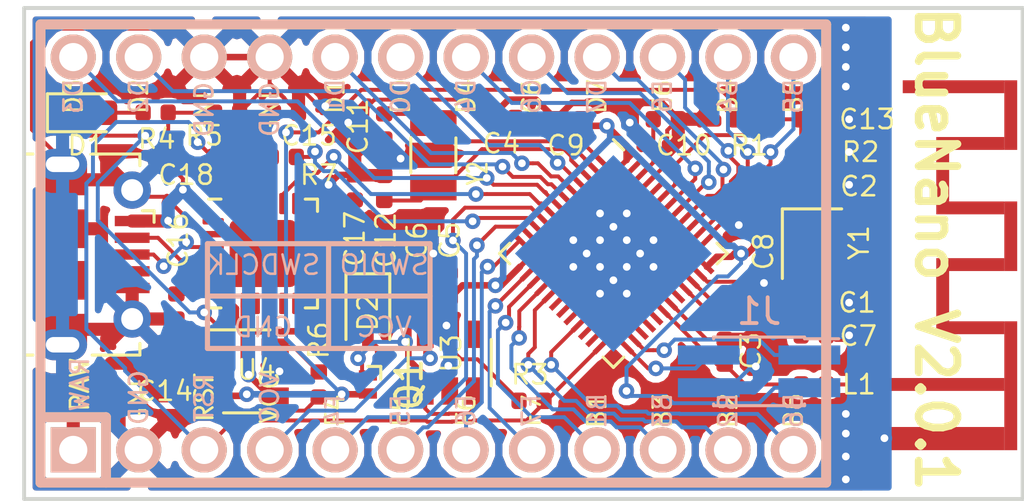
<source format=kicad_pcb>
(kicad_pcb (version 20171130) (host pcbnew "(5.0.0)")
  (layers (0 F.Cu signal) (31 B.Cu signal) (34 B.Paste user) (35 F.Paste user) (36 B.SilkS user) (37 F.SilkS user) (38 B.Mask user) (39 F.Mask user) (44 Edge.Cuts user))
  (net 0 "")
  (net 1 "Net-(C1-Pad2)")
  (net 2 GND)
  (net 3 "Net-(C2-Pad2)")
  (net 4 "Net-(C3-Pad1)")
  (net 5 "Net-(C4-Pad1)")
  (net 6 VCC)
  (net 7 "Net-(C7-Pad2)")
  (net 8 "Net-(C10-Pad1)")
  (net 9 "Net-(C11-Pad1)")
  (net 10 "Net-(C12-Pad1)")
  (net 11 "Net-(AE1-Pad1)")
  (net 12 SCK)
  (net 13 MOSI)
  (net 14 MISO)
  (net 15 SDA)
  (net 16 SCL)
  (net 17 RESET)
  (net 18 VBATT)
  (net 19 SWDCLK)
  (net 20 SWDIO)
  (net 21 /P0.02)
  (net 22 /P0.03)
  (net 23 /P0.04)
  (net 24 /P0.05)
  (net 25 TXD)
  (net 26 /P0.07)
  (net 27 RXD)
  (net 28 /P0.09)
  (net 29 /P0.10)
  (net 30 /P0.11)
  (net 31 /P0.18)
  (net 32 /P0.27)
  (net 33 /P0.28)
  (net 34 /P0.29)
  (net 35 /P0.30)
  (net 36 RAW)
  (net 37 "Net-(C6-Pad1)")
  (net 38 /VBus)
  (net 39 "Net-(D1-Pad1)")
  (net 40 "Net-(D1-Pad2)")
  (net 41 "Net-(R6-Pad1)")
  (net 42 "Net-(C16-Pad1)")
  (net 43 "Net-(C17-Pad1)")
  (net 44 "Net-(C18-Pad2)")
  (net 45 /D-)
  (net 46 /D+)
  (net 47 "Net-(R7-Pad2)")
  (module footprints:Pro_Micro (layer F.Cu) (at 125.476 89.535 90)
    (fp_text reference U2)
    (fp_text value ProMicro hide)
    (fp_text user RAW (at -5.08 -12.192 90) (layer B.SilkS) (effects (font (size 0.7 0.7) (thickness 0.1)) (justify mirror)))
    (fp_text user GND (at -5.588 -9.906 90) (layer B.SilkS) (effects (font (size 0.7 0.7) (thickness 0.1)) (justify mirror)))
    (fp_text user RST (at -5.588 -7.366 90) (layer B.SilkS) (effects (font (size 0.7 0.7) (thickness 0.1)) (justify mirror)))
    (fp_text user VCC (at -5.588 -4.826 90) (layer B.SilkS) (effects (font (size 0.7 0.7) (thickness 0.1)) (justify mirror)))
    (fp_text user F4 (at -6.096 -2.286 90) (layer B.SilkS) (effects (font (size 0.7 0.7) (thickness 0.1)) (justify mirror)))
    (fp_text user F5 (at -6.096 0.254 90) (layer B.SilkS) (effects (font (size 0.7 0.7) (thickness 0.1)) (justify mirror)))
    (fp_text user F7 (at -6.096 5.334 90) (layer B.SilkS) (effects (font (size 0.7 0.7) (thickness 0.1)) (justify mirror)))
    (fp_text user F6 (at -6.096 2.794 90) (layer B.SilkS) (effects (font (size 0.7 0.7) (thickness 0.1)) (justify mirror)))
    (fp_text user B1 (at -6.096 7.874 90) (layer B.SilkS) (effects (font (size 0.7 0.7) (thickness 0.1)) (justify mirror)))
    (fp_text user B3 (at -6.096 10.414 90) (layer B.SilkS) (effects (font (size 0.7 0.7) (thickness 0.1)) (justify mirror)))
    (fp_text user B2 (at -6.096 12.954 90) (layer B.SilkS) (effects (font (size 0.7 0.7) (thickness 0.1)) (justify mirror)))
    (fp_text user B6 (at -6.096 15.494 90) (layer B.SilkS) (effects (font (size 0.7 0.7) (thickness 0.1)) (justify mirror)))
    (fp_text user D3 (at 6.096 -12.446 90) (layer B.SilkS) (effects (font (size 0.7 0.7) (thickness 0.1)) (justify mirror)))
    (fp_text user D2 (at 6.096 -9.906 90) (layer B.SilkS) (effects (font (size 0.7 0.7) (thickness 0.1)) (justify mirror)))
    (fp_text user GND (at 5.588 -7.366 90) (layer B.SilkS) (effects (font (size 0.7 0.7) (thickness 0.1)) (justify mirror)))
    (fp_text user GND (at 5.588 -4.826 90) (layer B.SilkS) (effects (font (size 0.7 0.7) (thickness 0.1)) (justify mirror)))
    (fp_text user D1 (at 6.096 -2.286 90) (layer B.SilkS) (effects (font (size 0.7 0.7) (thickness 0.1)) (justify mirror)))
    (fp_text user D0 (at 6.096 0.254 90) (layer B.SilkS) (effects (font (size 0.7 0.7) (thickness 0.1)) (justify mirror)))
    (fp_text user D4 (at 6.096 2.794 90) (layer B.SilkS) (effects (font (size 0.7 0.7) (thickness 0.1)) (justify mirror)))
    (fp_text user C6 (at 6.096 5.334 90) (layer B.SilkS) (effects (font (size 0.7 0.7) (thickness 0.1)) (justify mirror)))
    (fp_text user D7 (at 6.096 7.874 90) (layer B.SilkS) (effects (font (size 0.7 0.7) (thickness 0.1)) (justify mirror)))
    (fp_text user E6 (at 6.096 10.414 90) (layer B.SilkS) (effects (font (size 0.7 0.7) (thickness 0.1)) (justify mirror)))
    (fp_text user B4 (at 6.096 12.954 90) (layer B.SilkS) (effects (font (size 0.7 0.7) (thickness 0.1)) (justify mirror)))
    (fp_text user B5 (at 6.096 15.494 90) (layer B.SilkS) (effects (font (size 0.7 0.7) (thickness 0.1)) (justify mirror)))
    (fp_text user B5 (at 6.096 15.494 90) (layer F.SilkS) (effects (font (size 0.7 0.7) (thickness 0.1))))
    (fp_text user B4 (at 6.096 12.954 90) (layer F.SilkS) (effects (font (size 0.7 0.7) (thickness 0.1))))
    (fp_text user E6 (at 6.096 10.414 90) (layer F.SilkS) (effects (font (size 0.7 0.7) (thickness 0.1))))
    (fp_text user D7 (at 6.096 7.874 90) (layer F.SilkS) (effects (font (size 0.7 0.7) (thickness 0.1))))
    (fp_text user C6 (at 6.096 5.334 90) (layer F.SilkS) (effects (font (size 0.7 0.7) (thickness 0.1))))
    (fp_text user D4 (at 6.096 2.794 90) (layer F.SilkS) (effects (font (size 0.7 0.7) (thickness 0.1))))
    (fp_text user D0 (at 6.096 0.254 90) (layer F.SilkS) (effects (font (size 0.7 0.7) (thickness 0.1))))
    (fp_text user D1 (at 6.096 -2.286 90) (layer F.SilkS) (effects (font (size 0.7 0.7) (thickness 0.1))))
    (fp_text user GND (at 5.588 -4.826 90) (layer F.SilkS) (effects (font (size 0.7 0.7) (thickness 0.1))))
    (fp_text user GND (at 5.588 -7.366 90) (layer F.SilkS) (effects (font (size 0.7 0.7) (thickness 0.1))))
    (fp_text user D2 (at 6.096 -9.906 90) (layer F.SilkS) (effects (font (size 0.7 0.7) (thickness 0.1))))
    (fp_text user D3 (at 6.096 -12.446 90) (layer F.SilkS) (effects (font (size 0.7 0.7) (thickness 0.1))))
    (fp_text user B6 (at -6.096 15.494 90) (layer F.SilkS) (effects (font (size 0.7 0.7) (thickness 0.1))))
    (fp_text user B2 (at -6.096 12.954 90) (layer F.SilkS) (effects (font (size 0.7 0.7) (thickness 0.1))))
    (fp_text user B3 (at -6.096 10.414 90) (layer F.SilkS) (effects (font (size 0.7 0.7) (thickness 0.1))))
    (fp_text user B1 (at -6.096 7.874 90) (layer F.SilkS) (effects (font (size 0.7 0.7) (thickness 0.1))))
    (fp_text user F6 (at -6.096 2.794 90) (layer F.SilkS) (effects (font (size 0.7 0.7) (thickness 0.1))))
    (fp_text user F7 (at -6.096 5.334 90) (layer F.SilkS) (effects (font (size 0.7 0.7) (thickness 0.1))))
    (fp_text user F5 (at -6.096 0.254 90) (layer F.SilkS) (effects (font (size 0.7 0.7) (thickness 0.1))))
    (fp_text user F4 (at -6.096 -2.286 90) (layer F.SilkS) (effects (font (size 0.7 0.7) (thickness 0.1))))
    (fp_text user VCC (at -5.588 -4.826 90) (layer F.SilkS) (effects (font (size 0.7 0.7) (thickness 0.1))))
    (fp_text user RST (at -5.588 -7.366 90) (layer F.SilkS) (effects (font (size 0.7 0.7) (thickness 0.1))))
    (fp_text user GND (at -5.588 -9.906 90) (layer F.SilkS) (effects (font (size 0.7 0.7) (thickness 0.1))))
    (fp_text user RAW (at -5.08 -12.192 90) (layer F.SilkS) (effects (font (size 0.7 0.7) (thickness 0.1))))
    (pad 1 thru_hole rect (at -7.62 -12.446) (size 1.7526 1.7526) (drill 1.0922) (layers *.Cu *.SilkS *.Mask) (net 36 RAW))
    (pad 2 thru_hole circle (at -7.62 -9.906) (size 1.7526 1.7526) (drill 1.0922) (layers *.Cu *.SilkS *.Mask) (net 2 GND))
    (pad 3 thru_hole circle (at -7.62 -7.366) (size 1.7526 1.7526) (drill 1.0922) (layers *.Cu *.SilkS *.Mask) (net 17 RESET))
    (pad 4 thru_hole circle (at -7.62 -4.826) (size 1.7526 1.7526) (drill 1.0922) (layers *.Cu *.SilkS *.Mask) (net 6 VCC))
    (pad 5 thru_hole circle (at -7.62 -2.286) (size 1.7526 1.7526) (drill 1.0922) (layers *.Cu *.SilkS *.Mask) (net 26 /P0.07))
    (pad 6 thru_hole circle (at -7.62 0.254) (size 1.7526 1.7526) (drill 1.0922) (layers *.Cu *.SilkS *.Mask) (net 28 /P0.09))
    (pad 7 thru_hole circle (at -7.62 2.794) (size 1.7526 1.7526) (drill 1.0922) (layers *.Cu *.SilkS *.Mask) (net 29 /P0.10))
    (pad 8 thru_hole circle (at -7.62 5.334) (size 1.7526 1.7526) (drill 1.0922) (layers *.Cu *.SilkS *.Mask) (net 30 /P0.11))
    (pad 9 thru_hole circle (at -7.62 7.874) (size 1.7526 1.7526) (drill 1.0922) (layers *.Cu *.SilkS *.Mask) (net 12 SCK))
    (pad 10 thru_hole circle (at -7.62 10.414) (size 1.7526 1.7526) (drill 1.0922) (layers *.Cu *.SilkS *.Mask) (net 13 MOSI))
    (pad 11 thru_hole circle (at -7.62 12.954) (size 1.7526 1.7526) (drill 1.0922) (layers *.Cu *.SilkS *.Mask) (net 14 MISO))
    (pad 12 thru_hole circle (at -7.62 15.494) (size 1.7526 1.7526) (drill 1.0922) (layers *.Cu *.SilkS *.Mask) (net 31 /P0.18))
    (pad 24 thru_hole circle (at 7.62 15.494) (size 1.7526 1.7526) (drill 1.0922) (layers *.Cu *.SilkS *.Mask) (net 15 SDA))
    (pad 23 thru_hole circle (at 7.62 12.954) (size 1.7526 1.7526) (drill 1.0922) (layers *.Cu *.SilkS *.Mask) (net 16 SCL))
    (pad 22 thru_hole circle (at 7.62 10.414) (size 1.7526 1.7526) (drill 1.0922) (layers *.Cu *.SilkS *.Mask) (net 32 /P0.27))
    (pad 21 thru_hole circle (at 7.62 7.874) (size 1.7526 1.7526) (drill 1.0922) (layers *.Cu *.SilkS *.Mask) (net 33 /P0.28))
    (pad 20 thru_hole circle (at 7.62 5.334) (size 1.7526 1.7526) (drill 1.0922) (layers *.Cu *.SilkS *.Mask) (net 34 /P0.29))
    (pad 19 thru_hole circle (at 7.62 2.794) (size 1.7526 1.7526) (drill 1.0922) (layers *.Cu *.SilkS *.Mask) (net 35 /P0.30))
    (pad 18 thru_hole circle (at 7.62 0.254) (size 1.7526 1.7526) (drill 1.0922) (layers *.Cu *.SilkS *.Mask) (net 21 /P0.02))
    (pad 17 thru_hole circle (at 7.62 -2.286) (size 1.7526 1.7526) (drill 1.0922) (layers *.Cu *.SilkS *.Mask) (net 22 /P0.03))
    (pad 16 thru_hole circle (at 7.62 -4.826) (size 1.7526 1.7526) (drill 1.0922) (layers *.Cu *.SilkS *.Mask) (net 2 GND))
    (pad 15 thru_hole circle (at 7.62 -7.366) (size 1.7526 1.7526) (drill 1.0922) (layers *.Cu *.SilkS *.Mask) (net 2 GND))
    (pad 14 thru_hole circle (at 7.62 -9.906) (size 1.7526 1.7526) (drill 1.0922) (layers *.Cu *.SilkS *.Mask) (net 23 /P0.04))
    (pad 13 thru_hole circle (at 7.62 -12.446) (size 1.7526 1.7526) (drill 1.0922) (layers *.Cu *.SilkS *.Mask) (net 24 /P0.05))
  )
  (module E73:ti-an043-antenna-flipped (layer B.Cu) (at 144.75 97.165 90)
    (fp_text reference AE1 hide)
    (fp_text value Antenna_Shield hide)
    (fp_poly (pts (xy 13.85 4.4) (xy 13.85 0.46) (xy 14.35 0.46) (xy 14.35 4.4) (xy 13.85 4.4)) (layer F.Cu) (width 0))
    (fp_poly (pts (xy 11.65 4.9) (xy 11.65 4.4) (xy 14.35 4.4) (xy 14.35 4.9) (xy 11.65 4.9)) (layer F.Cu) (width 0))
    (fp_poly (pts (xy 11.65 4.4) (xy 11.65 1.76) (xy 12.15 1.76) (xy 12.15 4.4) (xy 11.65 4.4)) (layer F.Cu) (width 0))
    (fp_poly (pts (xy 9.65 2.26) (xy 9.65 1.76) (xy 11.65 1.76) (xy 11.65 2.26) (xy 9.65 2.26)) (layer F.Cu) (width 0))
    (fp_poly (pts (xy 9.15 4.4) (xy 9.15 1.76) (xy 9.65 1.76) (xy 9.65 4.4) (xy 9.15 4.4)) (layer F.Cu) (width 0))
    (fp_poly (pts (xy 6.95 4.9) (xy 6.95 4.4) (xy 9.65 4.4) (xy 9.65 4.9) (xy 6.95 4.9)) (layer F.Cu) (width 0))
    (fp_poly (pts (xy 6.95 4.4) (xy 6.95 1.76) (xy 7.45 1.76) (xy 7.45 4.4) (xy 6.95 4.4)) (layer F.Cu) (width 0))
    (fp_poly (pts (xy 5 2.26) (xy 5 1.76) (xy 7 1.76) (xy 7 2.26) (xy 5 2.26)) (layer F.Cu) (width 0))
    (fp_poly (pts (xy 4.5 4.4) (xy 4.5 1.76) (xy 5 1.76) (xy 5 4.4) (xy 4.5 4.4)) (layer F.Cu) (width 0))
    (fp_poly (pts (xy 0 4.9) (xy 0 4.4) (xy 5 4.4) (xy 5 4.9) (xy 0 4.9)) (layer F.Cu) (width 0))
    (fp_poly (pts (xy 0 4.4) (xy 0 -0.5) (xy 0.9 -0.5) (xy 0.9 4.4) (xy 0 4.4)) (layer F.Cu) (width 0))
    (fp_poly (pts (xy 2.3 4.4) (xy 2.3 -0.5) (xy 2.8 -0.5) (xy 2.8 4.4) (xy 2.3 4.4)) (layer F.Cu) (width 0))
    (pad 2 smd rect (at 0.45 -0.25 90) (size 0.9 0.5) (layers F.Cu F.Paste F.Mask) (net 2 GND))
    (pad 1 smd rect (at 2.55 -0.25 90) (size 0.5 0.5) (layers F.Cu F.Paste F.Mask) (net 11 "Net-(AE1-Pad1)"))
  )
  (module Capacitor_SMD:C_0402_1005Metric (layer F.Cu) (at 141.755 91.44 180)
    (fp_text reference C1 (at -1.68148 -0.00254 180) (layer F.SilkS) (effects (font (size 0.75 0.75) (thickness 0.1))))
    (fp_text value 12pF)
    (pad 2 smd roundrect (at 0.485 0 180) (size 0.59 0.64) (layers F.Cu F.Paste F.Mask) (net 1 "Net-(C1-Pad2)"))
    (pad 1 smd roundrect (at -0.485 0 180) (size 0.59 0.64) (layers F.Cu F.Paste F.Mask) (net 2 GND))
  )
  (module Capacitor_SMD:C_0402_1005Metric (layer F.Cu) (at 141.755 86.868 180)
    (fp_text reference C2 (at -1.755 -0.0635 180) (layer F.SilkS) (effects (font (size 0.75 0.75) (thickness 0.1))))
    (fp_text value 12pF)
    (pad 1 smd roundrect (at -0.485 0 180) (size 0.59 0.64) (layers F.Cu F.Paste F.Mask) (net 2 GND))
    (pad 2 smd roundrect (at 0.485 0 180) (size 0.59 0.64) (layers F.Cu F.Paste F.Mask) (net 3 "Net-(C2-Pad2)"))
  )
  (module Capacitor_SMD:C_0402_1005Metric (layer F.Cu) (at 138.303 93.345 90)
    (fp_text reference C3 (at 0.03556 1.01854 90) (layer F.SilkS) (effects (font (size 0.75 0.75) (thickness 0.1))))
    (fp_text value 0.8pF)
    (pad 2 smd roundrect (at 0.485 0 90) (size 0.59 0.64) (layers F.Cu F.Paste F.Mask) (net 2 GND))
    (pad 1 smd roundrect (at -0.485 0 90) (size 0.59 0.64) (layers F.Cu F.Paste F.Mask) (net 4 "Net-(C3-Pad1)"))
  )
  (module Capacitor_SMD:C_0402_1005Metric (layer F.Cu) (at 129.69 84.2772 180)
    (fp_text reference C4 (at 0.0508 -0.9906 180) (layer F.SilkS) (effects (font (size 0.75 0.75) (thickness 0.1))))
    (fp_text value 100nF)
    (pad 2 smd roundrect (at 0.485 0 180) (size 0.59 0.64) (layers F.Cu F.Paste F.Mask) (net 2 GND))
    (pad 1 smd roundrect (at -0.485 0 180) (size 0.59 0.64) (layers F.Cu F.Paste F.Mask) (net 5 "Net-(C4-Pad1)"))
  )
  (module Capacitor_SMD:C_0402_1005Metric (layer F.Cu) (at 127.635 90.782 90)
    (fp_text reference C5 (at 1.755 0 90) (layer F.SilkS) (effects (font (size 0.75 0.75) (thickness 0.1))))
    (fp_text value 100nF)
    (pad 1 smd roundrect (at -0.485 0 90) (size 0.59 0.64) (layers F.Cu F.Paste F.Mask) (net 6 VCC))
    (pad 2 smd roundrect (at 0.485 0 90) (size 0.59 0.64) (layers F.Cu F.Paste F.Mask) (net 2 GND))
  )
  (module Capacitor_SMD:C_0402_1005Metric (layer F.Cu) (at 141.755 92.71 180)
    (fp_text reference C7 (at -1.7296 -0.0254 180) (layer F.SilkS) (effects (font (size 0.75 0.75) (thickness 0.1))))
    (fp_text value 100pF)
    (pad 1 smd roundrect (at -0.485 0 180) (size 0.59 0.64) (layers F.Cu F.Paste F.Mask) (net 2 GND))
    (pad 2 smd roundrect (at 0.485 0 180) (size 0.59 0.64) (layers F.Cu F.Paste F.Mask) (net 7 "Net-(C7-Pad2)"))
  )
  (module Capacitor_SMD:C_0402_1005Metric (layer F.Cu) (at 139.7 87.78 90)
    (fp_text reference C8 (at -1.6764 0.1016 90) (layer F.SilkS) (effects (font (size 0.75 0.75) (thickness 0.1))))
    (fp_text value 100nF)
    (pad 1 smd roundrect (at -0.485 0 90) (size 0.59 0.64) (layers F.Cu F.Paste F.Mask) (net 6 VCC))
    (pad 2 smd roundrect (at 0.485 0 90) (size 0.59 0.64) (layers F.Cu F.Paste F.Mask) (net 2 GND))
  )
  (module Capacitor_SMD:C_0402_1005Metric (layer F.Cu) (at 125.095 84.605 270)
    (fp_text reference C11 (at 0 1.02108 270) (layer F.SilkS) (effects (font (size 0.75 0.75) (thickness 0.1))))
    (fp_text value 12pF)
    (pad 1 smd roundrect (at -0.485 0 270) (size 0.59 0.64) (layers F.Cu F.Paste F.Mask) (net 9 "Net-(C11-Pad1)"))
    (pad 2 smd roundrect (at 0.485 0 270) (size 0.59 0.64) (layers F.Cu F.Paste F.Mask) (net 2 GND))
  )
  (module Capacitor_SMD:C_0402_1005Metric (layer F.Cu) (at 125.095 86.995 90)
    (fp_text reference C12 (at -2.0193 0.05842 90) (layer F.SilkS) (effects (font (size 0.75 0.75) (thickness 0.1))))
    (fp_text value 12pF)
    (pad 2 smd roundrect (at 0.485 0 90) (size 0.59 0.64) (layers F.Cu F.Paste F.Mask) (net 2 GND))
    (pad 1 smd roundrect (at -0.485 0 90) (size 0.59 0.64) (layers F.Cu F.Paste F.Mask) (net 10 "Net-(C12-Pad1)"))
  )
  (module Inductor_SMD:L_0402_1005Metric (layer F.Cu) (at 141.755 94.615)
    (fp_text reference L1 (at 1.755 0) (layer F.SilkS) (effects (font (size 0.75 0.75) (thickness 0.1))))
    (fp_text value 3.9nH)
    (pad 1 smd roundrect (at -0.485 0) (size 0.59 0.64) (layers F.Cu F.Paste F.Mask) (net 4 "Net-(C3-Pad1)"))
    (pad 2 smd roundrect (at 0.485 0) (size 0.59 0.64) (layers F.Cu F.Paste F.Mask) (net 11 "Net-(AE1-Pad1)"))
  )
  (module Crystal:Crystal_SMD_2016-4Pin_2.0x1.6mm (layer F.Cu) (at 141.69 89.154 270)
    (fp_text reference Y1 (at -0.04318 -1.82118 270) (layer F.SilkS) (effects (font (size 0.75 0.75) (thickness 0.1))))
    (fp_text value 32MHz)
    (pad 1 smd rect (at -0.7 0.55 270) (size 0.9 0.8) (layers F.Cu F.Paste F.Mask) (net 3 "Net-(C2-Pad2)"))
    (pad 2 smd rect (at 0.7 0.55 270) (size 0.9 0.8) (layers F.Cu F.Paste F.Mask) (net 2 GND))
    (pad 3 smd rect (at 0.7 -0.55 270) (size 0.9 0.8) (layers F.Cu F.Paste F.Mask) (net 1 "Net-(C1-Pad2)"))
    (pad 4 smd rect (at -0.7 -0.55 270) (size 0.9 0.8) (layers F.Cu F.Paste F.Mask) (net 2 GND))
  )
  (module Crystal:Crystal_SMD_3215-2Pin_3.2x1.5mm (layer F.Cu) (at 127 85.725 90)
    (fp_text reference Y2 (at -0.6985 1.7145 90) (layer F.SilkS) (effects (font (size 0.75 0.5) (thickness 0.1))))
    (fp_text value 32.768kHz)
    (pad 1 smd rect (at 1.25 0 90) (size 1 1.8) (layers F.Cu F.Paste F.Mask) (net 9 "Net-(C11-Pad1)"))
    (pad 2 smd rect (at -1.25 0 90) (size 1 1.8) (layers F.Cu F.Paste F.Mask) (net 10 "Net-(C12-Pad1)"))
  )
  (module Package_DFN_QFN:QFN-48-1EP_6x6mm_P0.4mm_EP4.66x4.66mm_ThermalVias (layer F.Cu) (at 133.985 89.535 315)
    (fp_text reference U1 hide)
    (fp_text value NRF52832-QFAA-R)
    (pad 1 smd rect (at -2.925 -2.2 315) (size 0.65 0.2) (layers F.Cu F.Paste F.Mask) (net 5 "Net-(C4-Pad1)"))
    (pad 2 smd rect (at -2.925 -1.8 315) (size 0.65 0.2) (layers F.Cu F.Paste F.Mask) (net 9 "Net-(C11-Pad1)"))
    (pad 3 smd rect (at -2.925 -1.4 315) (size 0.65 0.2) (layers F.Cu F.Paste F.Mask) (net 10 "Net-(C12-Pad1)"))
    (pad 4 smd rect (at -2.925 -1 315) (size 0.65 0.2) (layers F.Cu F.Paste F.Mask) (net 21 /P0.02))
    (pad 5 smd rect (at -2.925 -0.6 315) (size 0.65 0.2) (layers F.Cu F.Paste F.Mask) (net 22 /P0.03))
    (pad 6 smd rect (at -2.925 -0.2 315) (size 0.65 0.2) (layers F.Cu F.Paste F.Mask) (net 23 /P0.04))
    (pad 7 smd rect (at -2.925 0.2 315) (size 0.65 0.2) (layers F.Cu F.Paste F.Mask) (net 24 /P0.05))
    (pad 8 smd rect (at -2.925 0.6 315) (size 0.65 0.2) (layers F.Cu F.Paste F.Mask) (net 25 TXD))
    (pad 9 smd rect (at -2.925 1 315) (size 0.65 0.2) (layers F.Cu F.Paste F.Mask) (net 26 /P0.07))
    (pad 10 smd rect (at -2.925 1.4 315) (size 0.65 0.2) (layers F.Cu F.Paste F.Mask) (net 27 RXD))
    (pad 11 smd rect (at -2.925 1.8 315) (size 0.65 0.2) (layers F.Cu F.Paste F.Mask) (net 28 /P0.09))
    (pad 12 smd rect (at -2.925 2.2 315) (size 0.65 0.2) (layers F.Cu F.Paste F.Mask) (net 29 /P0.10))
    (pad 13 smd rect (at -2.2 2.925 45) (size 0.65 0.2) (layers F.Cu F.Paste F.Mask) (net 6 VCC))
    (pad 14 smd rect (at -1.8 2.925 45) (size 0.65 0.2) (layers F.Cu F.Paste F.Mask) (net 30 /P0.11))
    (pad 15 smd rect (at -1.4 2.925 45) (size 0.65 0.2) (layers F.Cu F.Paste F.Mask) (net 12 SCK))
    (pad 16 smd rect (at -1 2.925 45) (size 0.65 0.2) (layers F.Cu F.Paste F.Mask) (net 13 MOSI))
    (pad 17 smd rect (at -0.6 2.925 45) (size 0.65 0.2) (layers F.Cu F.Paste F.Mask) (net 14 MISO))
    (pad 18 smd rect (at -0.2 2.925 45) (size 0.65 0.2) (layers F.Cu F.Paste F.Mask))
    (pad 19 smd rect (at 0.2 2.925 45) (size 0.65 0.2) (layers F.Cu F.Paste F.Mask))
    (pad 20 smd rect (at 0.6 2.925 45) (size 0.65 0.2) (layers F.Cu F.Paste F.Mask))
    (pad 21 smd rect (at 1 2.925 45) (size 0.65 0.2) (layers F.Cu F.Paste F.Mask) (net 31 /P0.18))
    (pad 22 smd rect (at 1.4 2.925 45) (size 0.65 0.2) (layers F.Cu F.Paste F.Mask))
    (pad 23 smd rect (at 1.8 2.925 45) (size 0.65 0.2) (layers F.Cu F.Paste F.Mask))
    (pad 24 smd rect (at 2.2 2.925 45) (size 0.65 0.2) (layers F.Cu F.Paste F.Mask) (net 17 RESET))
    (pad 25 smd rect (at 2.925 2.2 315) (size 0.65 0.2) (layers F.Cu F.Paste F.Mask) (net 19 SWDCLK))
    (pad 26 smd rect (at 2.925 1.8 315) (size 0.65 0.2) (layers F.Cu F.Paste F.Mask) (net 20 SWDIO))
    (pad 27 smd rect (at 2.925 1.4 315) (size 0.65 0.2) (layers F.Cu F.Paste F.Mask))
    (pad 28 smd rect (at 2.925 1 315) (size 0.65 0.2) (layers F.Cu F.Paste F.Mask))
    (pad 29 smd rect (at 2.925 0.6 315) (size 0.65 0.2) (layers F.Cu F.Paste F.Mask))
    (pad 30 smd rect (at 2.925 0.2 315) (size 0.65 0.2) (layers F.Cu F.Paste F.Mask) (net 4 "Net-(C3-Pad1)"))
    (pad 31 smd rect (at 2.925 -0.2 315) (size 0.65 0.2) (layers F.Cu F.Paste F.Mask) (net 2 GND))
    (pad 32 smd rect (at 2.925 -0.6 315) (size 0.65 0.2) (layers F.Cu F.Paste F.Mask))
    (pad 33 smd rect (at 2.925 -1 315) (size 0.65 0.2) (layers F.Cu F.Paste F.Mask) (net 7 "Net-(C7-Pad2)"))
    (pad 34 smd rect (at 2.925 -1.4 315) (size 0.65 0.2) (layers F.Cu F.Paste F.Mask) (net 1 "Net-(C1-Pad2)"))
    (pad 35 smd rect (at 2.925 -1.8 315) (size 0.65 0.2) (layers F.Cu F.Paste F.Mask) (net 3 "Net-(C2-Pad2)"))
    (pad 36 smd rect (at 2.925 -2.2 315) (size 0.65 0.2) (layers F.Cu F.Paste F.Mask) (net 6 VCC))
    (pad 37 smd rect (at 2.2 -2.925 45) (size 0.65 0.2) (layers F.Cu F.Paste F.Mask) (net 15 SDA))
    (pad 38 smd rect (at 1.8 -2.925 45) (size 0.65 0.2) (layers F.Cu F.Paste F.Mask) (net 16 SCL))
    (pad 39 smd rect (at 1.4 -2.925 45) (size 0.65 0.2) (layers F.Cu F.Paste F.Mask) (net 32 /P0.27))
    (pad 40 smd rect (at 1 -2.925 45) (size 0.65 0.2) (layers F.Cu F.Paste F.Mask) (net 33 /P0.28))
    (pad 41 smd rect (at 0.6 -2.925 45) (size 0.65 0.2) (layers F.Cu F.Paste F.Mask) (net 34 /P0.29))
    (pad 42 smd rect (at 0.2 -2.925 45) (size 0.65 0.2) (layers F.Cu F.Paste F.Mask) (net 35 /P0.30))
    (pad 43 smd rect (at -0.2 -2.925 45) (size 0.65 0.2) (layers F.Cu F.Paste F.Mask) (net 18 VBATT))
    (pad 44 smd rect (at -0.6 -2.925 45) (size 0.65 0.2) (layers F.Cu F.Paste F.Mask))
    (pad 45 smd rect (at -1 -2.925 45) (size 0.65 0.2) (layers F.Cu F.Paste F.Mask) (net 2 GND))
    (pad 46 smd rect (at -1.4 -2.925 45) (size 0.65 0.2) (layers F.Cu F.Paste F.Mask) (net 8 "Net-(C10-Pad1)"))
    (pad 47 smd rect (at -1.8 -2.925 45) (size 0.65 0.2) (layers F.Cu F.Paste F.Mask))
    (pad 48 smd rect (at -2.2 -2.925 45) (size 0.65 0.2) (layers F.Cu F.Paste F.Mask) (net 6 VCC))
    (pad 49 smd rect (at 0 0 315) (size 5.4 5.4) (layers B.Cu) (net 2 GND))
    (pad 49 smd rect (at 0 0 315) (size 4.4 4.4) (layers F.Cu F.Mask) (net 2 GND))
    (pad 49 thru_hole circle (at -1.466667 -0.733333 315) (size 0.6 0.6) (drill 0.3) (layers *.Cu) (net 2 GND))
    (pad 49 thru_hole circle (at -1.466667 0.733333 315) (size 0.6 0.6) (drill 0.3) (layers *.Cu) (net 2 GND))
    (pad 49 thru_hole circle (at -0.733333 -1.466667 315) (size 0.6 0.6) (drill 0.3) (layers *.Cu) (net 2 GND))
    (pad 49 thru_hole circle (at -0.733333 -0.733333 315) (size 0.6 0.6) (drill 0.3) (layers *.Cu) (net 2 GND))
    (pad 49 thru_hole circle (at -0.733333 0 315) (size 0.6 0.6) (drill 0.3) (layers *.Cu) (net 2 GND))
    (pad 49 thru_hole circle (at -0.733333 0.733333 315) (size 0.6 0.6) (drill 0.3) (layers *.Cu) (net 2 GND))
    (pad 49 thru_hole circle (at -0.733333 1.466667 315) (size 0.6 0.6) (drill 0.3) (layers *.Cu) (net 2 GND))
    (pad 49 thru_hole circle (at 0 -0.733333 315) (size 0.6 0.6) (drill 0.3) (layers *.Cu) (net 2 GND))
    (pad 49 thru_hole circle (at 0 0.733333 315) (size 0.6 0.6) (drill 0.3) (layers *.Cu) (net 2 GND))
    (pad 49 thru_hole circle (at 0.733333 -1.466667 315) (size 0.6 0.6) (drill 0.3) (layers *.Cu) (net 2 GND))
    (pad 49 thru_hole circle (at 0.733333 -0.733333 315) (size 0.6 0.6) (drill 0.3) (layers *.Cu) (net 2 GND))
    (pad 49 thru_hole circle (at 0.733333 0 315) (size 0.6 0.6) (drill 0.3) (layers *.Cu) (net 2 GND))
    (pad 49 thru_hole circle (at 0.733333 0.733333 315) (size 0.6 0.6) (drill 0.3) (layers *.Cu) (net 2 GND))
    (pad 49 thru_hole circle (at 0.733333 1.466667 315) (size 0.6 0.6) (drill 0.3) (layers *.Cu) (net 2 GND))
    (pad 49 thru_hole circle (at 1.466667 -0.733333 315) (size 0.6 0.6) (drill 0.3) (layers *.Cu) (net 2 GND))
    (pad 49 thru_hole circle (at 1.466667 0.733333 315) (size 0.6 0.6) (drill 0.3) (layers *.Cu) (net 2 GND))
  )
  (module Package_TO_SOT_SMD:SOT-23-5 (layer F.Cu) (at 127.635 93.769 90)
    (fp_text reference U3 (at 0.3605 0.0635 90) (layer F.SilkS) (effects (font (size 0.75 0.75) (thickness 0.1))))
    (fp_text value AP2112K-3.3)
    (pad 1 smd rect (at -1.1 -0.95 90) (size 1.06 0.65) (layers F.Cu F.Paste F.Mask) (net 37 "Net-(C6-Pad1)"))
    (pad 2 smd rect (at -1.1 0 90) (size 1.06 0.65) (layers F.Cu F.Paste F.Mask) (net 2 GND))
    (pad 3 smd rect (at -1.1 0.95 90) (size 1.06 0.65) (layers F.Cu F.Paste F.Mask) (net 37 "Net-(C6-Pad1)"))
    (pad 4 smd rect (at 1.1 0.95 90) (size 1.06 0.65) (layers F.Cu F.Paste F.Mask))
    (pad 5 smd rect (at 1.1 -0.95 90) (size 1.06 0.65) (layers F.Cu F.Paste F.Mask) (net 6 VCC))
  )
  (module Capacitor_SMD:C_0402_1005Metric (layer F.Cu) (at 141.755 84.328)
    (fp_text reference C13 (at 2.0725 0) (layer F.SilkS) (effects (font (size 0.75 0.75) (thickness 0.1))))
    (fp_text value 1nF)
    (pad 1 smd roundrect (at -0.485 0) (size 0.59 0.64) (layers F.Cu F.Paste F.Mask) (net 18 VBATT))
    (pad 2 smd roundrect (at 0.485 0) (size 0.59 0.64) (layers F.Cu F.Paste F.Mask) (net 2 GND))
  )
  (module Resistor_SMD:R_0402_1005Metric (layer F.Cu) (at 139.215 84.328)
    (fp_text reference R1 (at 0.0405 1.016) (layer F.SilkS) (effects (font (size 0.75 0.75) (thickness 0.1))))
    (fp_text value 806k)
    (pad 2 smd roundrect (at 0.485 0) (size 0.59 0.64) (layers F.Cu F.Paste F.Mask) (net 18 VBATT))
    (pad 1 smd roundrect (at -0.485 0) (size 0.59 0.64) (layers F.Cu F.Paste F.Mask) (net 36 RAW))
  )
  (module Resistor_SMD:R_0402_1005Metric (layer F.Cu) (at 141.755 85.598)
    (fp_text reference R2 (at 1.8185 0) (layer F.SilkS) (effects (font (size 0.75 0.75) (thickness 0.1))))
    (fp_text value 2M)
    (pad 1 smd roundrect (at -0.485 0) (size 0.59 0.64) (layers F.Cu F.Paste F.Mask) (net 18 VBATT))
    (pad 2 smd roundrect (at 0.485 0) (size 0.59 0.64) (layers F.Cu F.Paste F.Mask) (net 2 GND))
  )
  (module Resistor_SMD:R_0402_1005Metric (layer F.Cu) (at 130.81 95.25)
    (fp_text reference R3 (at -0.0635 -1.016) (layer F.SilkS) (effects (font (size 0.75 0.75) (thickness 0.1))))
    (fp_text value 10k)
    (pad 1 smd roundrect (at -0.485 0) (size 0.59 0.64) (layers F.Cu F.Paste F.Mask) (net 6 VCC))
    (pad 2 smd roundrect (at 0.485 0) (size 0.59 0.64) (layers F.Cu F.Paste F.Mask) (net 17 RESET))
  )
  (module Capacitor_SMD:C_0402_1005Metric (layer F.Cu) (at 114.323 94.869)
    (fp_text reference C14 (at 2.263 0) (layer F.SilkS) (effects (font (size 0.75 0.75) (thickness 0.1))))
    (fp_text value 10uF)
    (pad 1 smd roundrect (at -0.485 0) (size 0.59 0.64) (layers F.Cu F.Paste F.Mask) (net 36 RAW))
    (pad 2 smd roundrect (at 0.485 0) (size 0.59 0.64) (layers F.Cu F.Paste F.Mask) (net 2 GND))
  )
  (module Capacitor_SMD:C_0402_1005Metric (layer F.Cu) (at 121.285 84.074)
    (fp_text reference C15 (at 0.889 0.889) (layer F.SilkS) (effects (font (size 0.75 0.75) (thickness 0.1))))
    (fp_text value 10uF)
    (pad 2 smd roundrect (at 0.485 0) (size 0.59 0.64) (layers F.Cu F.Paste F.Mask) (net 2 GND))
    (pad 1 smd roundrect (at -0.485 0) (size 0.59 0.64) (layers F.Cu F.Paste F.Mask) (net 38 /VBus))
  )
  (module LED_SMD:LED_0603_1608Metric (layer F.Cu) (at 113.5125 84.074)
    (fp_text reference D1 (at 0.0255 1.27) (layer F.SilkS) (effects (font (size 0.75 0.75) (thickness 0.1))))
    (fp_text value LED)
    (pad 1 smd roundrect (at -0.7875 0) (size 0.875 0.95) (layers F.Cu F.Paste F.Mask) (net 39 "Net-(D1-Pad1)"))
    (pad 2 smd roundrect (at 0.7875 0) (size 0.875 0.95) (layers F.Cu F.Paste F.Mask) (net 40 "Net-(D1-Pad2)"))
  )
  (module Connector_USB:USB_Micro-B_Molex-105017-0001 (layer F.Cu) (at 113.8535 89.575 270)
    (fp_text reference J2 hide)
    (fp_text value USB_B_Micro)
    (pad 6 smd rect (at 1 1.2375 270) (size 1.5 1.9) (layers F.Cu F.Paste F.Mask) (net 2 GND))
    (pad 6 thru_hole circle (at -2.5 -1.4625 270) (size 1.45 1.45) (drill 0.85) (layers *.Cu *.Mask) (net 2 GND))
    (pad 2 smd rect (at -0.65 -1.4625 270) (size 0.4 1.35) (layers F.Cu F.Paste F.Mask) (net 45 /D-))
    (pad 1 smd rect (at -1.3 -1.4625 270) (size 0.4 1.35) (layers F.Cu F.Paste F.Mask) (net 38 /VBus))
    (pad 5 smd rect (at 1.3 -1.4625 270) (size 0.4 1.35) (layers F.Cu F.Paste F.Mask) (net 2 GND))
    (pad 4 smd rect (at 0.65 -1.4625 270) (size 0.4 1.35) (layers F.Cu F.Paste F.Mask))
    (pad 3 smd rect (at 0 -1.4625 270) (size 0.4 1.35) (layers F.Cu F.Paste F.Mask) (net 46 /D+))
    (pad 6 thru_hole circle (at 2.5 -1.4625 270) (size 1.45 1.45) (drill 0.85) (layers *.Cu *.Mask) (net 2 GND))
    (pad 6 smd rect (at -1 1.2375 270) (size 1.5 1.9) (layers F.Cu F.Paste F.Mask) (net 2 GND))
    (pad 6 thru_hole oval (at -3.5 1.2375 90) (size 1.2 1.9) (drill oval 0.6 1.3) (layers *.Cu *.Mask) (net 2 GND))
    (pad 6 thru_hole oval (at 3.5 1.2375 270) (size 1.2 1.9) (drill oval 0.6 1.3) (layers *.Cu *.Mask) (net 2 GND))
    (pad 6 smd rect (at 2.9 1.2375 270) (size 1.2 1.9) (layers F.Cu F.Mask) (net 2 GND))
    (pad 6 smd rect (at -2.9 1.2375 270) (size 1.2 1.9) (layers F.Cu F.Mask) (net 2 GND))
  )
  (module Resistor_SMD:R_0402_1005Metric (layer F.Cu) (at 116.228 84.074 180)
    (fp_text reference R4 (at -0.0405 -1.016 180) (layer F.SilkS) (effects (font (size 0.75 0.75) (thickness 0.1))))
    (fp_text value 330)
    (pad 1 smd roundrect (at -0.485 0 180) (size 0.59 0.64) (layers F.Cu F.Paste F.Mask) (net 38 /VBus))
    (pad 2 smd roundrect (at 0.485 0 180) (size 0.59 0.64) (layers F.Cu F.Paste F.Mask) (net 40 "Net-(D1-Pad2)"))
  )
  (module Resistor_SMD:R_0402_1005Metric (layer F.Cu) (at 118.999 84.074)
    (fp_text reference R5 (at -0.889 0.889) (layer F.SilkS) (effects (font (size 0.75 0.75) (thickness 0.1))))
    (fp_text value 100k)
    (pad 1 smd roundrect (at -0.485 0) (size 0.59 0.64) (layers F.Cu F.Paste F.Mask) (net 38 /VBus))
    (pad 2 smd roundrect (at 0.485 0) (size 0.59 0.64) (layers F.Cu F.Paste F.Mask) (net 2 GND))
  )
  (module Resistor_SMD:R_0402_1005Metric (layer F.Cu) (at 122.555 94.615 270)
    (fp_text reference R6 (at -1.7145 0 270) (layer F.SilkS) (effects (font (size 0.75 0.75) (thickness 0.1))))
    (fp_text value 10k)
    (pad 2 smd roundrect (at 0.485 0 270) (size 0.59 0.64) (layers F.Cu F.Paste F.Mask) (net 2 GND))
    (pad 1 smd roundrect (at -0.485 0 270) (size 0.59 0.64) (layers F.Cu F.Paste F.Mask) (net 41 "Net-(R6-Pad1)"))
  )
  (module Package_TO_SOT_SMD:SOT-23-5 (layer F.Cu) (at 119.761 94.107)
    (fp_text reference U4 (at 0.381 -0.0635) (layer F.SilkS) (effects (font (size 0.75 0.75) (thickness 0.1))))
    (fp_text value TP4054ST)
    (pad 1 smd rect (at -1.1 -0.95) (size 1.06 0.65) (layers F.Cu F.Paste F.Mask) (net 39 "Net-(D1-Pad1)"))
    (pad 2 smd rect (at -1.1 0) (size 1.06 0.65) (layers F.Cu F.Paste F.Mask) (net 2 GND))
    (pad 3 smd rect (at -1.1 0.95) (size 1.06 0.65) (layers F.Cu F.Paste F.Mask) (net 36 RAW))
    (pad 4 smd rect (at 1.1 0.95) (size 1.06 0.65) (layers F.Cu F.Paste F.Mask) (net 38 /VBus))
    (pad 5 smd rect (at 1.1 -0.95) (size 1.06 0.65) (layers F.Cu F.Paste F.Mask) (net 41 "Net-(R6-Pad1)"))
  )
  (module Capacitor_SMD:C_0402_1005Metric (layer F.Cu) (at 126.365 90.805 90)
    (fp_text reference C6 (at 1.778 0 90) (layer F.SilkS) (effects (font (size 0.75 0.75) (thickness 0.1))))
    (fp_text value 10uF)
    (pad 1 smd roundrect (at -0.485 0 90) (size 0.59 0.64) (layers F.Cu F.Paste F.Mask) (net 37 "Net-(C6-Pad1)"))
    (pad 2 smd roundrect (at 0.485 0 90) (size 0.59 0.64) (layers F.Cu F.Paste F.Mask) (net 2 GND))
  )
  (module Capacitor_SMD:C_0402_1005Metric (layer F.Cu) (at 132.23 84.328 180)
    (fp_text reference C9 (at 0.0865 -1.016 180) (layer F.SilkS) (effects (font (size 0.75 0.75) (thickness 0.1))))
    (fp_text value 4.7uF)
    (pad 2 smd roundrect (at 0.485 0 180) (size 0.59 0.64) (layers F.Cu F.Paste F.Mask) (net 2 GND))
    (pad 1 smd roundrect (at -0.485 0 180) (size 0.59 0.64) (layers F.Cu F.Paste F.Mask) (net 6 VCC))
  )
  (module Capacitor_SMD:C_0402_1005Metric (layer F.Cu) (at 136.017 84.328)
    (fp_text reference C10 (at 0.6985 1.016) (layer F.SilkS) (effects (font (size 0.75 0.75) (thickness 0.1))))
    (fp_text value 1uF)
    (pad 1 smd roundrect (at -0.485 0) (size 0.59 0.64) (layers F.Cu F.Paste F.Mask) (net 8 "Net-(C10-Pad1)"))
    (pad 2 smd roundrect (at 0.485 0) (size 0.59 0.64) (layers F.Cu F.Paste F.Mask) (net 2 GND))
  )
  (module Diode_SMD:D_SOD-323 (layer F.Cu) (at 124.46 91.821 270)
    (fp_text reference D2 (at 0 0 270) (layer F.SilkS) (effects (font (size 0.75 0.75) (thickness 0.1))))
    (fp_text value B140WS-7)
    (pad 1 smd rect (at -1.05 0 270) (size 0.6 0.45) (layers F.Cu F.Paste F.Mask) (net 37 "Net-(C6-Pad1)"))
    (pad 2 smd rect (at 1.05 0 270) (size 0.6 0.45) (layers F.Cu F.Paste F.Mask) (net 38 /VBus))
  )
  (module Package_DFN_QFN:QFN-24-1EP_4x4mm_P0.5mm_EP2.6x2.6mm (layer F.Cu) (at 120.396 89.535)
    (fp_text reference U5 hide)
    (fp_text value CP2104)
    (pad 25 smd roundrect (at 0 0) (size 2.6 2.6) (layers F.Cu F.Mask) (roundrect_rratio 0.096154) (net 2 GND))
    (pad 1 smd roundrect (at -1.9375 -1.25) (size 0.825 0.25) (layers F.Cu F.Paste F.Mask))
    (pad 2 smd roundrect (at -1.9375 -0.75) (size 0.825 0.25) (layers F.Cu F.Paste F.Mask) (net 2 GND))
    (pad 3 smd roundrect (at -1.9375 -0.25) (size 0.825 0.25) (layers F.Cu F.Paste F.Mask) (net 46 /D+))
    (pad 4 smd roundrect (at -1.9375 0.25) (size 0.825 0.25) (layers F.Cu F.Paste F.Mask) (net 45 /D-))
    (pad 5 smd roundrect (at -1.9375 0.75) (size 0.825 0.25) (layers F.Cu F.Paste F.Mask) (net 42 "Net-(C16-Pad1)"))
    (pad 6 smd roundrect (at -1.9375 1.25) (size 0.825 0.25) (layers F.Cu F.Paste F.Mask) (net 42 "Net-(C16-Pad1)"))
    (pad 7 smd roundrect (at -1.25 1.9375) (size 0.25 0.825) (layers F.Cu F.Paste F.Mask) (net 38 /VBus))
    (pad 8 smd roundrect (at -0.75 1.9375) (size 0.25 0.825) (layers F.Cu F.Paste F.Mask) (net 38 /VBus))
    (pad 9 smd roundrect (at -0.25 1.9375) (size 0.25 0.825) (layers F.Cu F.Paste F.Mask))
    (pad 10 smd roundrect (at 0.25 1.9375) (size 0.25 0.825) (layers F.Cu F.Paste F.Mask))
    (pad 11 smd roundrect (at 0.75 1.9375) (size 0.25 0.825) (layers F.Cu F.Paste F.Mask))
    (pad 12 smd roundrect (at 1.25 1.9375) (size 0.25 0.825) (layers F.Cu F.Paste F.Mask))
    (pad 13 smd roundrect (at 1.9375 1.25) (size 0.825 0.25) (layers F.Cu F.Paste F.Mask))
    (pad 14 smd roundrect (at 1.9375 0.75) (size 0.825 0.25) (layers F.Cu F.Paste F.Mask))
    (pad 15 smd roundrect (at 1.9375 0.25) (size 0.825 0.25) (layers F.Cu F.Paste F.Mask))
    (pad 16 smd roundrect (at 1.9375 -0.25) (size 0.825 0.25) (layers F.Cu F.Paste F.Mask) (net 43 "Net-(C17-Pad1)"))
    (pad 17 smd roundrect (at 1.9375 -0.75) (size 0.825 0.25) (layers F.Cu F.Paste F.Mask))
    (pad 18 smd roundrect (at 1.9375 -1.25) (size 0.825 0.25) (layers F.Cu F.Paste F.Mask))
    (pad 19 smd roundrect (at 1.25 -1.9375) (size 0.25 0.825) (layers F.Cu F.Paste F.Mask))
    (pad 20 smd roundrect (at 0.75 -1.9375) (size 0.25 0.825) (layers F.Cu F.Paste F.Mask) (net 25 TXD))
    (pad 21 smd roundrect (at 0.25 -1.9375) (size 0.25 0.825) (layers F.Cu F.Paste F.Mask) (net 47 "Net-(R7-Pad2)"))
    (pad 22 smd roundrect (at -0.25 -1.9375) (size 0.25 0.825) (layers F.Cu F.Paste F.Mask))
    (pad 23 smd roundrect (at -0.75 -1.9375) (size 0.25 0.825) (layers F.Cu F.Paste F.Mask) (net 44 "Net-(C18-Pad2)"))
    (pad 24 smd roundrect (at -1.25 -1.9375) (size 0.25 0.825) (layers F.Cu F.Paste F.Mask))
  )
  (module Capacitor_SMD:C_0402_1005Metric (layer F.Cu) (at 117.0305 91.59 270)
    (fp_text reference C16 (at -2.563 -0.0635 270) (layer F.SilkS) (effects (font (size 0.75 0.75) (thickness 0.1))))
    (fp_text value 0.1uF)
    (pad 2 smd roundrect (at 0.485 0 270) (size 0.59 0.64) (layers F.Cu F.Paste F.Mask) (net 2 GND))
    (pad 1 smd roundrect (at -0.485 0 270) (size 0.59 0.64) (layers F.Cu F.Paste F.Mask) (net 42 "Net-(C16-Pad1)"))
  )
  (module Capacitor_SMD:C_0402_1005Metric (layer F.Cu) (at 123.952 86.972 90)
    (fp_text reference C17 (at -1.9915 0 90) (layer F.SilkS) (effects (font (size 0.75 0.75) (thickness 0.1))))
    (fp_text value 10uF)
    (pad 1 smd roundrect (at -0.485 0 90) (size 0.59 0.64) (layers F.Cu F.Paste F.Mask) (net 43 "Net-(C17-Pad1)"))
    (pad 2 smd roundrect (at 0.485 0 90) (size 0.59 0.64) (layers F.Cu F.Paste F.Mask) (net 2 GND))
  )
  (module Capacitor_SMD:C_0402_1005Metric (layer F.Cu) (at 118.976 85.7885)
    (fp_text reference C18 (at -1.5645 0.6985) (layer F.SilkS) (effects (font (size 0.75 0.75) (thickness 0.1))))
    (fp_text value 0.1uF)
    (pad 1 smd roundrect (at -0.485 0) (size 0.59 0.64) (layers F.Cu F.Paste F.Mask) (net 17 RESET))
    (pad 2 smd roundrect (at 0.485 0) (size 0.59 0.64) (layers F.Cu F.Paste F.Mask) (net 44 "Net-(C18-Pad2)"))
  )
  (module Resistor_SMD:R_0402_1005Metric (layer F.Cu) (at 121.1985 85.7885 180)
    (fp_text reference R7 (at -1.3565 -0.6985 180) (layer F.SilkS) (effects (font (size 0.75 0.75) (thickness 0.1))))
    (fp_text value 1k)
    (pad 1 smd roundrect (at -0.485 0 180) (size 0.59 0.64) (layers F.Cu F.Paste F.Mask) (net 27 RXD))
    (pad 2 smd roundrect (at 0.485 0 180) (size 0.59 0.64) (layers F.Cu F.Paste F.Mask) (net 47 "Net-(R7-Pad2)"))
  )
  (module Package_DFN_QFN:Diodes_DFN1006-3 (layer F.Cu) (at 124.46 94.615 270)
    (fp_text reference Q1 (at 0 -1.6 270) (layer F.SilkS))
    (fp_text value LP0404N3T5G)
    (pad 3 smd rect (at 0.35 0 180) (size 0.7 0.4) (layers F.Cu F.Paste F.Mask) (net 36 RAW))
    (pad 2 smd rect (at -0.35 0.225 180) (size 0.25 0.4) (layers F.Cu F.Paste F.Mask) (net 37 "Net-(C6-Pad1)"))
    (pad 1 smd rect (at -0.35 -0.225 180) (size 0.25 0.4) (layers F.Cu F.Paste F.Mask) (net 38 /VBus))
  )
  (module Connector_PinHeader_1.27mm:PinHeader_2x02_P1.27mm_Vertical_SMD (layer B.Cu) (at 139.6365 94.107 180)
    (fp_text reference J1 (at 0 2.33 180) (layer B.SilkS) (effects (justify mirror)))
    (fp_text value Conn_01x06)
    (pad 1 smd rect (at -1.95 0.635 180) (size 2.4 0.74) (layers B.Cu B.Paste B.Mask) (net 20 SWDIO))
    (pad 2 smd rect (at 1.95 0.635 180) (size 2.4 0.74) (layers B.Cu B.Paste B.Mask) (net 19 SWDCLK))
    (pad 3 smd rect (at -1.95 -0.635 180) (size 2.4 0.74) (layers B.Cu B.Paste B.Mask) (net 6 VCC))
    (pad 4 smd rect (at 1.95 -0.635 180) (size 2.4 0.74) (layers B.Cu B.Paste B.Mask) (net 2 GND))
  )
  (gr_line (start 118.237 91.186) (end 126.873 91.186) (layer B.SilkS) (width 0.2))
  (gr_line (start 126.873 93.218) (end 122.301 93.218) (layer B.SilkS) (width 0.2))
  (gr_line (start 126.873 89.154) (end 126.873 93.218) (layer B.SilkS) (width 0.2))
  (gr_line (start 118.237 89.154) (end 126.873 89.154) (layer B.SilkS) (width 0.2))
  (gr_line (start 118.237 93.218) (end 118.237 89.154) (layer B.SilkS) (width 0.2))
  (gr_line (start 122.301 93.218) (end 118.237 93.218) (layer B.SilkS) (width 0.2))
  (gr_line (start 122.936 89.154) (end 122.936 93.218) (layer B.SilkS) (width 0.2))
  (gr_text "SWDIO\n\nVCC" (at 125.095 91.186) (layer B.SilkS) (effects (font (size 0.75 0.75) (thickness 0.1)) (justify mirror)))
  (gr_text "SWDCLK\n\nGND" (at 120.396 91.186) (layer B.SilkS) (effects (font (size 0.75 0.75) (thickness 0.1)) (justify mirror)))
  (gr_text "BlueNano V2.0.1" (at 146.5072 89.3572 270) (layer F.SilkS) (effects (font (size 1.5 1.5) (thickness 0.3))))
  (gr_line (start 111.125 99.06) (end 111.125 80.01) (layer Edge.Cuts) (width 0.15))
  (gr_line (start 149.86 99.06) (end 111.125 99.06) (layer Edge.Cuts) (width 0.15))
  (gr_line (start 149.86 80.01) (end 149.86 99.06) (layer Edge.Cuts) (width 0.15))
  (gr_line (start 111.125 80.01) (end 149.86 80.01) (layer Edge.Cuts) (width 0.15))
  (segment (start 137.869899 91.44) (end 141.27 91.44) (width 0.1524) (layer F.Cu) (net 1))
  (segment (start 137.043237 90.613338) (end 137.869899 91.44) (width 0.1524) (layer F.Cu) (net 1))
  (segment (start 142.24 90.47) (end 142.24 89.854) (width 0.1524) (layer F.Cu) (net 1))
  (segment (start 141.27 91.44) (end 142.24 90.47) (width 0.1524) (layer F.Cu) (net 1))
  (via (at 143.129 91.44) (size 0.6) (drill 0.3) (layers F.Cu B.Cu) (net 2))
  (via (at 143.129 92.71) (size 0.6) (drill 0.3) (layers F.Cu B.Cu) (net 2))
  (via (at 143.129 86.868) (size 0.6) (drill 0.3) (layers F.Cu B.Cu) (net 2))
  (via (at 143.129 85.598) (size 0.6) (drill 0.3) (layers F.Cu B.Cu) (net 2))
  (via (at 143.129 84.328) (size 0.6) (drill 0.3) (layers F.Cu B.Cu) (net 2))
  (via (at 144.5 96.7) (size 0.6) (drill 0.3) (layers F.Cu B.Cu) (net 2))
  (segment (start 115.2375 96.8225) (end 115.57 97.155) (width 0.5) (layer F.Cu) (net 2))
  (segment (start 115.57 97.155) (end 115.984802 97.155) (width 0.25) (layer B.Cu) (net 2))
  (segment (start 112.616 86.675) (end 112.616 88.575) (width 0.508) (layer F.Cu) (net 2))
  (segment (start 112.616 88.575) (end 112.616 90.575) (width 0.508) (layer F.Cu) (net 2))
  (segment (start 112.616 90.575) (end 112.616 92.475) (width 0.508) (layer F.Cu) (net 2))
  (segment (start 114.916 92.475) (end 115.316 92.075) (width 0.508) (layer F.Cu) (net 2))
  (segment (start 112.616 92.475) (end 114.916 92.475) (width 0.508) (layer F.Cu) (net 2))
  (segment (start 114.916 86.675) (end 115.316 87.075) (width 0.508) (layer F.Cu) (net 2))
  (segment (start 112.616 86.675) (end 114.916 86.675) (width 0.508) (layer F.Cu) (net 2))
  (segment (start 115.316 90.875) (end 115.316 92.075) (width 0.508) (layer F.Cu) (net 2))
  (segment (start 114.808 96.393) (end 115.57 97.155) (width 0.508) (layer F.Cu) (net 2))
  (segment (start 114.808 94.869) (end 114.808 96.393) (width 0.508) (layer F.Cu) (net 2))
  (segment (start 118.11 81.915) (end 120.65 81.915) (width 0.254) (layer F.Cu) (net 2))
  (segment (start 119.646 88.785) (end 120.396 89.535) (width 0.1524) (layer F.Cu) (net 2))
  (segment (start 118.4585 88.785) (end 119.646 88.785) (width 0.1524) (layer F.Cu) (net 2))
  (segment (start 117.0305 93.5145) (end 117.0305 92.075) (width 0.508) (layer F.Cu) (net 2))
  (segment (start 117.623 94.107) (end 117.0305 93.5145) (width 0.508) (layer F.Cu) (net 2))
  (segment (start 118.661 94.107) (end 117.623 94.107) (width 0.508) (layer F.Cu) (net 2))
  (segment (start 117.0305 92.075) (end 115.316 92.075) (width 0.508) (layer F.Cu) (net 2))
  (segment (start 112.616 94.201) (end 112.616 93.075) (width 0.508) (layer B.Cu) (net 2))
  (segment (start 115.57 97.155) (end 112.616 94.201) (width 0.508) (layer B.Cu) (net 2))
  (segment (start 118.051304 88.785) (end 116.599405 87.333101) (width 0.1524) (layer F.Cu) (net 2))
  (segment (start 116.599405 87.333101) (end 115.574101 87.333101) (width 0.1524) (layer F.Cu) (net 2))
  (segment (start 118.4585 88.785) (end 118.051304 88.785) (width 0.1524) (layer F.Cu) (net 2))
  (segment (start 115.574101 87.333101) (end 115.316 87.075) (width 0.1524) (layer F.Cu) (net 2))
  (segment (start 112.616 85.9226) (end 111.42861 84.73521) (width 0.1524) (layer F.Cu) (net 2))
  (segment (start 112.616 86.675) (end 112.616 85.9226) (width 0.1524) (layer F.Cu) (net 2))
  (segment (start 111.42861 84.73521) (end 111.42861 81.35739) (width 0.1524) (layer F.Cu) (net 2))
  (segment (start 117.233701 81.038701) (end 118.11 81.915) (width 0.1524) (layer F.Cu) (net 2))
  (segment (start 117.005099 80.810099) (end 117.233701 81.038701) (width 0.1524) (layer F.Cu) (net 2))
  (segment (start 111.975901 80.810099) (end 117.005099 80.810099) (width 0.1524) (layer F.Cu) (net 2))
  (segment (start 111.42861 81.35739) (end 111.975901 80.810099) (width 0.1524) (layer F.Cu) (net 2))
  (segment (start 142.24 84.328) (end 142.24 85.598) (width 0.1524) (layer F.Cu) (net 2))
  (segment (start 142.24 85.598) (end 142.24 86.868) (width 0.1524) (layer F.Cu) (net 2))
  (segment (start 142.24 86.868) (end 142.24 88.454) (width 0.1524) (layer F.Cu) (net 2))
  (segment (start 141.14 89.692518) (end 141.14 89.854) (width 0.1524) (layer F.Cu) (net 2))
  (segment (start 142.24 88.592518) (end 141.14 89.692518) (width 0.1524) (layer F.Cu) (net 2))
  (segment (start 142.24 88.454) (end 142.24 88.592518) (width 0.1524) (layer F.Cu) (net 2))
  (segment (start 140.762 86.233) (end 139.7 87.295) (width 0.1524) (layer F.Cu) (net 2))
  (segment (start 142.24 85.598) (end 141.605 86.233) (width 0.1524) (layer F.Cu) (net 2))
  (segment (start 141.605 86.233) (end 140.762 86.233) (width 0.1524) (layer F.Cu) (net 2))
  (segment (start 133.985 88.120787) (end 133.985 89.535) (width 0.1524) (layer F.Cu) (net 2))
  (segment (start 135.346181 86.759606) (end 133.985 88.120787) (width 0.1524) (layer F.Cu) (net 2))
  (segment (start 134.267843 89.535) (end 133.985 89.535) (width 0.1524) (layer F.Cu) (net 2))
  (segment (start 136.194709 91.461866) (end 134.267843 89.535) (width 0.1524) (layer F.Cu) (net 2))
  (segment (start 137.592843 92.86) (end 138.303 92.86) (width 0.1524) (layer F.Cu) (net 2))
  (segment (start 136.194709 91.461866) (end 137.592843 92.86) (width 0.1524) (layer F.Cu) (net 2))
  (segment (start 125.095 86.51) (end 125.095 85.09) (width 0.1524) (layer F.Cu) (net 2))
  (segment (start 125.072 86.487) (end 125.095 86.51) (width 0.1524) (layer F.Cu) (net 2))
  (segment (start 123.952 86.487) (end 125.072 86.487) (width 0.1524) (layer F.Cu) (net 2))
  (segment (start 121.77 84.074) (end 121.22139 83.52539) (width 0.1524) (layer F.Cu) (net 2))
  (segment (start 132.079168 83.993832) (end 131.745 84.328) (width 0.1524) (layer F.Cu) (net 2))
  (segment (start 132.38 83.693) (end 132.079168 83.993832) (width 0.1524) (layer F.Cu) (net 2))
  (segment (start 136.502 84.328) (end 135.867 83.693) (width 0.1524) (layer F.Cu) (net 2))
  (segment (start 128.870832 83.943032) (end 129.205 84.2772) (width 0.1524) (layer F.Cu) (net 2))
  (segment (start 128.4938 83.566) (end 128.870832 83.943032) (width 0.1524) (layer F.Cu) (net 2))
  (segment (start 124.714 83.566) (end 128.4938 83.566) (width 0.1524) (layer F.Cu) (net 2))
  (segment (start 124.333 83.947) (end 124.714 83.566) (width 0.1524) (layer F.Cu) (net 2))
  (segment (start 125.095 85.09) (end 124.333 84.328) (width 0.1524) (layer F.Cu) (net 2))
  (segment (start 126.388 90.297) (end 126.365 90.32) (width 0.1524) (layer F.Cu) (net 2))
  (segment (start 127.635 90.297) (end 126.388 90.297) (width 0.1524) (layer F.Cu) (net 2))
  (via (at 127.580852 93.889889) (size 0.6) (drill 0.3) (layers F.Cu B.Cu) (net 2))
  (segment (start 127.635 94.869) (end 127.635 93.944037) (width 0.254) (layer F.Cu) (net 2))
  (segment (start 127.635 93.944037) (end 127.580852 93.889889) (width 0.254) (layer F.Cu) (net 2))
  (via (at 127 89.535) (size 0.6) (drill 0.3) (layers F.Cu B.Cu) (net 2))
  (segment (start 127 89.662) (end 127.635 90.297) (width 0.254) (layer F.Cu) (net 2))
  (segment (start 127 89.535) (end 127 89.662) (width 0.254) (layer F.Cu) (net 2))
  (via (at 122.936 86.868) (size 0.6) (drill 0.3) (layers F.Cu B.Cu) (net 2))
  (segment (start 123.317 86.487) (end 123.235999 86.568001) (width 0.254) (layer F.Cu) (net 2))
  (segment (start 123.952 86.487) (end 123.317 86.487) (width 0.254) (layer F.Cu) (net 2))
  (segment (start 123.235999 87.167999) (end 122.936 86.868) (width 0.254) (layer B.Cu) (net 2))
  (segment (start 125.603 89.535) (end 123.235999 87.167999) (width 0.254) (layer B.Cu) (net 2))
  (segment (start 127 89.535) (end 125.603 89.535) (width 0.254) (layer B.Cu) (net 2))
  (segment (start 123.235999 86.568001) (end 122.936 86.868) (width 0.254) (layer F.Cu) (net 2))
  (segment (start 127.508 90.043) (end 127 89.535) (width 0.254) (layer B.Cu) (net 2))
  (segment (start 127.580852 93.889889) (end 127.508 93.817037) (width 0.254) (layer B.Cu) (net 2))
  (segment (start 127.508 93.817037) (end 127.508 92.329) (width 0.254) (layer B.Cu) (net 2))
  (segment (start 119.818168 83.739832) (end 119.484 84.074) (width 0.1524) (layer F.Cu) (net 2))
  (segment (start 120.246 83.312) (end 119.818168 83.739832) (width 0.1524) (layer F.Cu) (net 2))
  (segment (start 121.22139 83.52539) (end 121.008 83.312) (width 0.1524) (layer F.Cu) (net 2))
  (segment (start 121.008 83.312) (end 120.246 83.312) (width 0.1524) (layer F.Cu) (net 2))
  (segment (start 120.65 82.931) (end 120.65 81.915) (width 0.1524) (layer F.Cu) (net 2))
  (segment (start 121.22139 83.52539) (end 121.22139 83.50239) (width 0.1524) (layer F.Cu) (net 2))
  (segment (start 121.22139 83.50239) (end 120.65 82.931) (width 0.1524) (layer F.Cu) (net 2))
  (segment (start 122.220832 95.434168) (end 122.555 95.1) (width 0.1524) (layer F.Cu) (net 2))
  (segment (start 122.024 95.631) (end 122.220832 95.434168) (width 0.1524) (layer F.Cu) (net 2))
  (segment (start 115.57 97.155) (end 117.094 95.631) (width 0.1524) (layer F.Cu) (net 2))
  (segment (start 117.094 95.631) (end 122.024 95.631) (width 0.1524) (layer F.Cu) (net 2))
  (via (at 123.698 84.455) (size 0.6) (drill 0.3) (layers F.Cu B.Cu) (net 2))
  (segment (start 123.952 84.201) (end 123.698 84.455) (width 0.1524) (layer F.Cu) (net 2))
  (segment (start 124.333 84.201) (end 123.952 84.201) (width 0.1524) (layer F.Cu) (net 2))
  (segment (start 124.333 84.201) (end 124.333 83.947) (width 0.1524) (layer F.Cu) (net 2))
  (segment (start 124.333 84.328) (end 124.333 84.201) (width 0.1524) (layer F.Cu) (net 2))
  (segment (start 123.698 84.455) (end 123.398001 84.155001) (width 0.1524) (layer B.Cu) (net 2))
  (via (at 122.809 83.82) (size 0.6) (drill 0.3) (layers F.Cu B.Cu) (net 2))
  (segment (start 120.65 81.915) (end 122.555 83.82) (width 0.1524) (layer F.Cu) (net 2))
  (segment (start 122.555 83.82) (end 122.809 83.82) (width 0.1524) (layer F.Cu) (net 2))
  (segment (start 123.063 83.82) (end 123.698 84.455) (width 0.1524) (layer B.Cu) (net 2))
  (segment (start 122.809 83.82) (end 123.063 83.82) (width 0.1524) (layer B.Cu) (net 2))
  (segment (start 136.072588 86.033199) (end 136.072588 84.757412) (width 0.1524) (layer F.Cu) (net 2))
  (segment (start 139.7 87.295) (end 139.7 87.341258) (width 0.254) (layer F.Cu) (net 2))
  (segment (start 138.531604 88.112604) (end 138.549571 88.130571) (width 0.254) (layer B.Cu) (net 2))
  (segment (start 137.836354 88.112604) (end 138.531604 88.112604) (width 0.254) (layer B.Cu) (net 2))
  (via (at 138.84957 88.43057) (size 0.6) (drill 0.3) (layers F.Cu B.Cu) (net 2))
  (segment (start 135.346181 86.759606) (end 136.072588 86.033199) (width 0.1524) (layer F.Cu) (net 2))
  (segment (start 138.84957 88.191688) (end 138.84957 88.43057) (width 0.254) (layer F.Cu) (net 2))
  (segment (start 136.167832 84.662168) (end 136.502 84.328) (width 0.1524) (layer F.Cu) (net 2))
  (segment (start 136.072588 84.757412) (end 136.167832 84.662168) (width 0.1524) (layer F.Cu) (net 2))
  (segment (start 138.549571 88.130571) (end 138.84957 88.43057) (width 0.254) (layer B.Cu) (net 2))
  (segment (start 139.7 87.341258) (end 138.84957 88.191688) (width 0.254) (layer F.Cu) (net 2))
  (segment (start 137.836354 88.112604) (end 134.62 84.89625) (width 0.254) (layer B.Cu) (net 2))
  (segment (start 134.62 84.89625) (end 134.62 84.455) (width 0.254) (layer B.Cu) (net 2))
  (segment (start 134.62 84.455) (end 134.62 84.455) (width 0.254) (layer B.Cu) (net 2))
  (via (at 134.62 84.455) (size 0.6) (drill 0.3) (layers F.Cu B.Cu) (net 2))
  (segment (start 135.867 83.693) (end 134.112 83.693) (width 0.1524) (layer F.Cu) (net 2))
  (segment (start 134.112 83.693) (end 132.38 83.693) (width 0.1524) (layer F.Cu) (net 2))
  (segment (start 133.89359 83.72859) (end 133.35 83.72859) (width 0.254) (layer F.Cu) (net 2))
  (segment (start 134.62 84.455) (end 133.89359 83.72859) (width 0.254) (layer F.Cu) (net 2))
  (via (at 139.827 90.678) (size 0.6) (drill 0.3) (layers F.Cu B.Cu) (net 2))
  (segment (start 138.84957 88.43057) (end 139.827 89.408) (width 0.254) (layer B.Cu) (net 2))
  (segment (start 139.827 89.408) (end 139.827 90.678) (width 0.254) (layer B.Cu) (net 2))
  (segment (start 140.316 90.678) (end 141.14 89.854) (width 0.254) (layer F.Cu) (net 2))
  (segment (start 139.827 90.678) (end 140.316 90.678) (width 0.254) (layer F.Cu) (net 2))
  (via (at 121.031 94.107) (size 0.6) (drill 0.3) (layers F.Cu B.Cu) (net 2))
  (segment (start 127.508 92.329) (end 127.508 90.043) (width 0.254) (layer B.Cu) (net 2))
  (via (at 127.508 92.329) (size 0.6) (drill 0.3) (layers F.Cu B.Cu) (net 2))
  (via (at 125.73 85.852) (size 0.6) (drill 0.3) (layers F.Cu B.Cu) (net 2))
  (via (at 143.002 98.298) (size 0.6) (drill 0.3) (layers F.Cu B.Cu) (net 2))
  (via (at 143.002 97.409) (size 0.6) (drill 0.3) (layers F.Cu B.Cu) (net 2))
  (via (at 143.002 96.52) (size 0.6) (drill 0.3) (layers F.Cu B.Cu) (net 2))
  (via (at 143.002 95.758) (size 0.6) (drill 0.3) (layers F.Cu B.Cu) (net 2))
  (via (at 143.002 80.772) (size 0.6) (drill 0.3) (layers F.Cu B.Cu) (net 2))
  (via (at 143.002 81.534) (size 0.6) (drill 0.3) (layers F.Cu B.Cu) (net 2))
  (via (at 143.002 82.296) (size 0.6) (drill 0.3) (layers F.Cu B.Cu) (net 2))
  (via (at 143.002 83.058) (size 0.6) (drill 0.3) (layers F.Cu B.Cu) (net 2))
  (segment (start 142.24 92.71) (end 143.129 92.71) (width 0.1524) (layer F.Cu) (net 2))
  (segment (start 142.24 91.44) (end 143.129 91.44) (width 0.1524) (layer F.Cu) (net 2))
  (segment (start 129.5352 83.947) (end 129.205 84.2772) (width 0.254) (layer F.Cu) (net 2))
  (segment (start 129.9162 83.566) (end 129.5352 83.947) (width 0.254) (layer F.Cu) (net 2))
  (segment (start 131.745 84.328) (end 130.983 83.566) (width 0.254) (layer F.Cu) (net 2))
  (segment (start 130.983 83.566) (end 129.9162 83.566) (width 0.254) (layer F.Cu) (net 2))
  (segment (start 133.31441 83.693) (end 133.35 83.72859) (width 0.254) (layer F.Cu) (net 2))
  (segment (start 131.745 84.328) (end 132.38 83.693) (width 0.254) (layer F.Cu) (net 2))
  (segment (start 132.38 83.693) (end 133.31441 83.693) (width 0.254) (layer F.Cu) (net 2))
  (segment (start 136.167832 83.993832) (end 136.502 84.328) (width 0.254) (layer F.Cu) (net 2))
  (segment (start 135.867 83.693) (end 136.167832 83.993832) (width 0.254) (layer F.Cu) (net 2))
  (segment (start 133.35 83.72859) (end 133.38559 83.693) (width 0.254) (layer F.Cu) (net 2))
  (segment (start 133.38559 83.693) (end 135.867 83.693) (width 0.254) (layer F.Cu) (net 2))
  (via (at 139.5095 93.9165) (size 0.6) (drill 0.3) (layers F.Cu B.Cu) (net 2))
  (segment (start 139.342 93.9165) (end 139.5095 93.9165) (width 0.1524) (layer B.Cu) (net 2))
  (segment (start 137.6865 94.742) (end 138.5165 94.742) (width 0.1524) (layer B.Cu) (net 2))
  (segment (start 138.5165 94.742) (end 139.342 93.9165) (width 0.1524) (layer B.Cu) (net 2))
  (segment (start 141.27 88.324) (end 141.14 88.454) (width 0.1524) (layer F.Cu) (net 3))
  (segment (start 141.27 86.868) (end 141.27 88.324) (width 0.1524) (layer F.Cu) (net 3))
  (segment (start 141.035 88.454) (end 141.14 88.454) (width 0.1524) (layer F.Cu) (net 3))
  (segment (start 138.857986 90.631014) (end 141.035 88.454) (width 0.1524) (layer F.Cu) (net 3))
  (segment (start 137.32608 90.330495) (end 137.626599 90.631014) (width 0.1524) (layer F.Cu) (net 3))
  (segment (start 137.626599 90.631014) (end 138.857986 90.631014) (width 0.1524) (layer F.Cu) (net 3))
  (segment (start 137.997157 93.83) (end 138.303 93.83) (width 0.1524) (layer F.Cu) (net 4))
  (segment (start 135.911866 91.744709) (end 137.997157 93.83) (width 0.1524) (layer F.Cu) (net 4))
  (segment (start 139.088 94.615) (end 141.27 94.615) (width 0.1524) (layer F.Cu) (net 4))
  (segment (start 138.303 93.83) (end 139.088 94.615) (width 0.1524) (layer F.Cu) (net 4))
  (segment (start 130.509168 84.611368) (end 130.175 84.2772) (width 0.1524) (layer F.Cu) (net 5))
  (segment (start 133.472348 85.911078) (end 132.43788 84.87661) (width 0.1524) (layer F.Cu) (net 5))
  (segment (start 130.77441 84.87661) (end 130.509168 84.611368) (width 0.1524) (layer F.Cu) (net 5))
  (segment (start 132.43788 84.87661) (end 130.77441 84.87661) (width 0.1524) (layer F.Cu) (net 5))
  (via (at 134.493 94.869) (size 0.6) (drill 0.3) (layers F.Cu B.Cu) (net 6))
  (segment (start 129.396477 90.770832) (end 129.396477 90.770832) (width 0.254) (layer F.Cu) (net 6))
  (via (at 133.731 84.582) (size 0.6) (drill 0.3) (layers F.Cu B.Cu) (net 6))
  (segment (start 133.858 85.09) (end 133.858 84.709) (width 0.254) (layer B.Cu) (net 6))
  (segment (start 133.858 84.709) (end 133.731 84.582) (width 0.254) (layer B.Cu) (net 6))
  (segment (start 132.969 84.582) (end 132.715 84.328) (width 0.254) (layer F.Cu) (net 6))
  (segment (start 133.731 84.582) (end 132.969 84.582) (width 0.254) (layer F.Cu) (net 6))
  (segment (start 126.685 92.217) (end 127.635 91.267) (width 0.254) (layer F.Cu) (net 6))
  (segment (start 126.685 92.88) (end 126.685 92.217) (width 0.254) (layer F.Cu) (net 6))
  (via (at 129.408232 90.770832) (size 0.6) (drill 0.3) (layers F.Cu B.Cu) (net 6))
  (segment (start 129.708231 89.239769) (end 129.708231 90.470833) (width 0.254) (layer B.Cu) (net 6))
  (segment (start 128.131168 90.770832) (end 128.983968 90.770832) (width 0.254) (layer F.Cu) (net 6))
  (segment (start 128.983968 90.770832) (end 129.408232 90.770832) (width 0.254) (layer F.Cu) (net 6))
  (segment (start 129.708231 90.470833) (end 129.408232 90.770832) (width 0.254) (layer B.Cu) (net 6))
  (segment (start 127.635 91.267) (end 128.131168 90.770832) (width 0.254) (layer F.Cu) (net 6))
  (segment (start 129.637898 90.770832) (end 129.408232 90.770832) (width 0.254) (layer F.Cu) (net 6))
  (segment (start 130.361078 90.047652) (end 129.637898 90.770832) (width 0.254) (layer F.Cu) (net 6))
  (segment (start 133.858 85.09) (end 129.708231 89.239769) (width 0.254) (layer B.Cu) (net 6))
  (segment (start 128.077119 93.638601) (end 128.713601 93.638601) (width 0.1524) (layer F.Cu) (net 6))
  (segment (start 126.685 92.88) (end 127.318518 92.88) (width 0.1524) (layer F.Cu) (net 6))
  (segment (start 129.990832 94.915832) (end 130.325 95.25) (width 0.1524) (layer F.Cu) (net 6))
  (segment (start 128.713601 93.638601) (end 129.990832 94.915832) (width 0.1524) (layer F.Cu) (net 6))
  (segment (start 127.318518 92.88) (end 128.077119 93.638601) (width 0.1524) (layer F.Cu) (net 6))
  (via (at 126.873 93.599) (size 0.6) (drill 0.3) (layers F.Cu B.Cu) (net 6))
  (segment (start 126.685 92.669) (end 126.685 93.411) (width 0.1524) (layer F.Cu) (net 6))
  (segment (start 126.685 93.411) (end 126.873 93.599) (width 0.1524) (layer F.Cu) (net 6))
  (segment (start 125.984 93.599) (end 126.873 93.599) (width 0.1524) (layer B.Cu) (net 6))
  (segment (start 123.952 95.631) (end 125.984 93.599) (width 0.1524) (layer B.Cu) (net 6))
  (segment (start 120.65 97.155) (end 122.174 95.631) (width 0.1524) (layer B.Cu) (net 6))
  (segment (start 122.174 95.631) (end 123.952 95.631) (width 0.1524) (layer B.Cu) (net 6))
  (via (at 138.938 89.535) (size 0.6) (drill 0.3) (layers F.Cu B.Cu) (net 6))
  (segment (start 138.684 89.535) (end 138.938 89.535) (width 0.254) (layer F.Cu) (net 6))
  (segment (start 138.557 89.662) (end 138.684 89.535) (width 0.254) (layer F.Cu) (net 6))
  (segment (start 137.608922 90.047652) (end 137.994574 89.662) (width 0.254) (layer F.Cu) (net 6))
  (segment (start 137.994574 89.662) (end 138.557 89.662) (width 0.254) (layer F.Cu) (net 6))
  (segment (start 139.192 89.535) (end 138.938 89.535) (width 0.254) (layer F.Cu) (net 6))
  (segment (start 139.446 89.281) (end 139.192 89.535) (width 0.254) (layer F.Cu) (net 6))
  (segment (start 139.7 88.265) (end 139.446 88.519) (width 0.254) (layer F.Cu) (net 6))
  (segment (start 139.446 88.519) (end 139.446 89.281) (width 0.254) (layer F.Cu) (net 6))
  (segment (start 138.638001 89.235001) (end 138.938 89.535) (width 0.254) (layer B.Cu) (net 6))
  (segment (start 138.384001 89.235001) (end 138.638001 89.235001) (width 0.254) (layer B.Cu) (net 6))
  (segment (start 133.858 85.09) (end 134.239 85.09) (width 0.254) (layer B.Cu) (net 6))
  (segment (start 134.239 85.09) (end 138.384001 89.235001) (width 0.254) (layer B.Cu) (net 6))
  (segment (start 134.497652 85.348652) (end 133.731 84.582) (width 0.254) (layer F.Cu) (net 6))
  (segment (start 134.497652 85.911078) (end 134.497652 85.348652) (width 0.254) (layer F.Cu) (net 6))
  (segment (start 134.493 94.444736) (end 134.493 94.869) (width 0.1524) (layer B.Cu) (net 6))
  (segment (start 134.493 93.963754) (end 134.493 94.444736) (width 0.1524) (layer B.Cu) (net 6))
  (segment (start 138.032754 90.424) (end 134.493 93.963754) (width 0.1524) (layer B.Cu) (net 6))
  (segment (start 138.43 90.424) (end 138.032754 90.424) (width 0.1524) (layer B.Cu) (net 6))
  (segment (start 138.938 89.535) (end 138.938 89.916) (width 0.1524) (layer B.Cu) (net 6))
  (segment (start 138.938 89.916) (end 138.43 90.424) (width 0.1524) (layer B.Cu) (net 6))
  (segment (start 134.6835 95.0595) (end 134.493 94.869) (width 0.1524) (layer B.Cu) (net 6))
  (segment (start 136.022518 95.0595) (end 134.6835 95.0595) (width 0.1524) (layer B.Cu) (net 6))
  (segment (start 136.303619 95.340601) (end 136.022518 95.0595) (width 0.1524) (layer B.Cu) (net 6))
  (segment (start 139.635499 95.340601) (end 136.303619 95.340601) (width 0.1524) (layer B.Cu) (net 6))
  (segment (start 141.5865 94.742) (end 140.2341 94.742) (width 0.1524) (layer B.Cu) (net 6))
  (segment (start 140.2341 94.742) (end 139.635499 95.340601) (width 0.1524) (layer B.Cu) (net 6))
  (segment (start 140.935832 92.375832) (end 141.27 92.71) (width 0.1524) (layer F.Cu) (net 7))
  (segment (start 140.762 92.202) (end 140.935832 92.375832) (width 0.1524) (layer F.Cu) (net 7))
  (segment (start 136.760394 90.896181) (end 138.066213 92.202) (width 0.1524) (layer F.Cu) (net 7))
  (segment (start 138.066213 92.202) (end 140.762 92.202) (width 0.1524) (layer F.Cu) (net 7))
  (segment (start 135.532 86.008101) (end 135.532 84.328) (width 0.1524) (layer F.Cu) (net 8))
  (segment (start 135.063338 86.476763) (end 135.532 86.008101) (width 0.1524) (layer F.Cu) (net 8))
  (segment (start 126.645 84.12) (end 127 84.475) (width 0.1524) (layer F.Cu) (net 9))
  (segment (start 125.095 84.12) (end 126.645 84.12) (width 0.1524) (layer F.Cu) (net 9))
  (segment (start 132.200523 85.181421) (end 132.888986 85.869884) (width 0.1524) (layer F.Cu) (net 9))
  (segment (start 127.4 84.475) (end 128.106421 85.181421) (width 0.1524) (layer F.Cu) (net 9))
  (segment (start 132.888986 85.893401) (end 133.189505 86.19392) (width 0.1524) (layer F.Cu) (net 9))
  (segment (start 132.888986 85.869884) (end 132.888986 85.893401) (width 0.1524) (layer F.Cu) (net 9))
  (segment (start 128.106421 85.181421) (end 132.200523 85.181421) (width 0.1524) (layer F.Cu) (net 9))
  (segment (start 127 84.475) (end 127.4 84.475) (width 0.1524) (layer F.Cu) (net 9))
  (segment (start 126.495 87.48) (end 127 86.975) (width 0.1524) (layer F.Cu) (net 10))
  (segment (start 125.095 87.48) (end 126.495 87.48) (width 0.1524) (layer F.Cu) (net 10))
  (segment (start 132.906662 86.476763) (end 132.349075 85.919176) (width 0.1524) (layer F.Cu) (net 10))
  (segment (start 127.4 86.975) (end 127 86.975) (width 0.1524) (layer F.Cu) (net 10))
  (segment (start 132.349075 85.919176) (end 132.349075 85.761042) (width 0.1524) (layer F.Cu) (net 10))
  (segment (start 132.074255 85.486222) (end 128.888778 85.486222) (width 0.1524) (layer F.Cu) (net 10))
  (segment (start 128.888778 85.486222) (end 127.4 86.975) (width 0.1524) (layer F.Cu) (net 10))
  (segment (start 132.349075 85.761042) (end 132.074255 85.486222) (width 0.1524) (layer F.Cu) (net 10))
  (segment (start 142.24 94.615) (end 144.149 94.615) (width 0.1524) (layer F.Cu) (net 11))
  (segment (start 144.149 94.615) (end 144.5 94.615) (width 0.1524) (layer F.Cu) (net 11))
  (segment (start 133.35 97.155) (end 133.223 97.155) (width 0.1524) (layer F.Cu) (net 12))
  (segment (start 129.505608 92.517631) (end 129.805607 92.217632) (width 0.1524) (layer B.Cu) (net 12))
  (segment (start 132.08 95.885) (end 130.81 95.885) (width 0.1524) (layer B.Cu) (net 12))
  (segment (start 129.936834 92.086405) (end 129.805607 92.217632) (width 0.1524) (layer F.Cu) (net 12))
  (segment (start 133.35 97.155) (end 132.08 95.885) (width 0.1524) (layer B.Cu) (net 12))
  (segment (start 130.81 95.885) (end 129.505608 94.580608) (width 0.1524) (layer B.Cu) (net 12))
  (segment (start 129.936834 91.603267) (end 129.936834 92.086405) (width 0.1524) (layer F.Cu) (net 12))
  (segment (start 130.926763 90.613338) (end 129.936834 91.603267) (width 0.1524) (layer F.Cu) (net 12))
  (segment (start 129.505608 94.580608) (end 129.505608 92.517631) (width 0.1524) (layer B.Cu) (net 12))
  (via (at 129.805607 92.217632) (size 0.6) (drill 0.3) (layers F.Cu B.Cu) (net 12))
  (via (at 130.328002 92.808599) (size 0.6) (drill 0.3) (layers F.Cu B.Cu) (net 13))
  (segment (start 130.334208 91.771579) (end 130.334208 92.378129) (width 0.1524) (layer F.Cu) (net 13))
  (segment (start 130.334208 92.378129) (end 130.328002 92.384335) (width 0.1524) (layer F.Cu) (net 13))
  (segment (start 131.209606 90.896181) (end 130.334208 91.771579) (width 0.1524) (layer F.Cu) (net 13))
  (segment (start 130.328002 92.384335) (end 130.328002 92.808599) (width 0.1524) (layer F.Cu) (net 13))
  (segment (start 131.627859 95.580189) (end 130.027399 93.979729) (width 0.1524) (layer B.Cu) (net 13))
  (segment (start 134.108955 96.278701) (end 133.880353 96.050099) (width 0.1524) (layer B.Cu) (net 13))
  (segment (start 135.013701 96.278701) (end 134.108955 96.278701) (width 0.1524) (layer B.Cu) (net 13))
  (segment (start 135.89 97.155) (end 135.013701 96.278701) (width 0.1524) (layer B.Cu) (net 13))
  (segment (start 133.880353 96.050099) (end 132.906965 96.050099) (width 0.1524) (layer B.Cu) (net 13))
  (segment (start 132.437056 95.580189) (end 131.627859 95.580189) (width 0.1524) (layer B.Cu) (net 13))
  (segment (start 130.027399 93.979729) (end 130.027399 93.109202) (width 0.1524) (layer B.Cu) (net 13))
  (segment (start 132.906965 96.050099) (end 132.437056 95.580189) (width 0.1524) (layer B.Cu) (net 13))
  (segment (start 130.027399 93.109202) (end 130.028003 93.108598) (width 0.1524) (layer B.Cu) (net 13))
  (segment (start 130.028003 93.108598) (end 130.328002 92.808599) (width 0.1524) (layer B.Cu) (net 13))
  (segment (start 130.937 91.734472) (end 130.937 93.174736) (width 0.1524) (layer F.Cu) (net 14))
  (segment (start 130.683 93.428736) (end 130.683 93.853) (width 0.1524) (layer F.Cu) (net 14))
  (segment (start 131.492449 91.179023) (end 130.937 91.734472) (width 0.1524) (layer F.Cu) (net 14))
  (segment (start 130.937 93.174736) (end 130.683 93.428736) (width 0.1524) (layer F.Cu) (net 14))
  (via (at 130.683 93.853) (size 0.6) (drill 0.3) (layers F.Cu B.Cu) (net 14))
  (segment (start 135.139957 95.973891) (end 134.235211 95.973891) (width 0.1524) (layer B.Cu) (net 14))
  (segment (start 134.006609 95.745289) (end 133.033222 95.745289) (width 0.1524) (layer B.Cu) (net 14))
  (segment (start 133.033222 95.745289) (end 132.537934 95.25) (width 0.1524) (layer B.Cu) (net 14))
  (segment (start 136.420353 96.050099) (end 135.216165 96.050099) (width 0.1524) (layer B.Cu) (net 14))
  (segment (start 132.537934 95.25) (end 132.08 95.25) (width 0.1524) (layer B.Cu) (net 14))
  (segment (start 130.982999 94.152999) (end 130.683 93.853) (width 0.1524) (layer B.Cu) (net 14))
  (segment (start 132.08 95.25) (end 130.982999 94.152999) (width 0.1524) (layer B.Cu) (net 14))
  (segment (start 134.235211 95.973891) (end 134.006609 95.745289) (width 0.1524) (layer B.Cu) (net 14))
  (segment (start 135.216165 96.050099) (end 135.139957 95.973891) (width 0.1524) (layer B.Cu) (net 14))
  (segment (start 137.553701 96.278701) (end 136.648955 96.278701) (width 0.1524) (layer B.Cu) (net 14))
  (segment (start 138.43 97.155) (end 137.553701 96.278701) (width 0.1524) (layer B.Cu) (net 14))
  (segment (start 136.648955 96.278701) (end 136.420353 96.050099) (width 0.1524) (layer B.Cu) (net 14))
  (segment (start 140.97 84.709) (end 140.380999 85.298001) (width 0.1524) (layer B.Cu) (net 15))
  (segment (start 140.380999 85.298001) (end 140.081 85.598) (width 0.1524) (layer B.Cu) (net 15))
  (segment (start 140.97 81.915) (end 140.97 84.709) (width 0.1524) (layer B.Cu) (net 15))
  (via (at 140.081 85.598) (size 0.6) (drill 0.3) (layers F.Cu B.Cu) (net 15))
  (segment (start 137.608922 89.022348) (end 137.909441 88.721829) (width 0.1524) (layer F.Cu) (net 15))
  (segment (start 137.909441 88.721829) (end 137.909441 88.62313) (width 0.1524) (layer F.Cu) (net 15))
  (segment (start 137.909441 88.62313) (end 139.15139 87.381181) (width 0.1524) (layer F.Cu) (net 15))
  (segment (start 139.15139 86.991709) (end 140.081 86.0621) (width 0.1524) (layer F.Cu) (net 15))
  (segment (start 140.081 86.0621) (end 140.081 86.022264) (width 0.1524) (layer F.Cu) (net 15))
  (segment (start 140.081 86.022264) (end 140.081 85.598) (width 0.1524) (layer F.Cu) (net 15))
  (segment (start 139.15139 87.381181) (end 139.15139 86.991709) (width 0.1524) (layer F.Cu) (net 15))
  (via (at 139.196858 85.595422) (size 0.6) (drill 0.3) (layers F.Cu B.Cu) (net 16))
  (segment (start 138.43 81.915) (end 138.43 84.761029) (width 0.1524) (layer B.Cu) (net 16))
  (segment (start 138.43 84.761029) (end 139.196858 85.527887) (width 0.1524) (layer B.Cu) (net 16))
  (segment (start 139.196858 85.527887) (end 139.196858 85.595422) (width 0.1524) (layer B.Cu) (net 16))
  (segment (start 137.32608 88.739505) (end 137.626599 88.438986) (width 0.1524) (layer F.Cu) (net 16))
  (segment (start 137.626599 88.438986) (end 137.662518 88.438986) (width 0.1524) (layer F.Cu) (net 16))
  (segment (start 137.662518 88.438986) (end 138.846579 87.254925) (width 0.1524) (layer F.Cu) (net 16))
  (segment (start 138.846579 87.254925) (end 138.846579 86.865454) (width 0.1524) (layer F.Cu) (net 16))
  (segment (start 138.846579 86.865454) (end 139.196858 86.515175) (width 0.1524) (layer F.Cu) (net 16))
  (segment (start 139.196858 86.019686) (end 139.196858 85.595422) (width 0.1524) (layer F.Cu) (net 16))
  (segment (start 139.196858 86.515175) (end 139.196858 86.019686) (width 0.1524) (layer F.Cu) (net 16))
  (via (at 117.856 85.217) (size 0.6) (drill 0.3) (layers F.Cu B.Cu) (net 17))
  (segment (start 118.491 85.7885) (end 118.4275 85.7885) (width 0.1524) (layer F.Cu) (net 17))
  (segment (start 118.4275 85.7885) (end 117.856 85.217) (width 0.1524) (layer F.Cu) (net 17))
  (segment (start 117.497663 84.434399) (end 114.701601 84.434399) (width 0.1524) (layer B.Cu) (net 17))
  (segment (start 117.856 85.217) (end 117.856 84.792736) (width 0.1524) (layer B.Cu) (net 17))
  (segment (start 117.856 84.792736) (end 117.497663 84.434399) (width 0.1524) (layer B.Cu) (net 17))
  (segment (start 113.79461 86.561324) (end 113.538 86.817934) (width 0.1524) (layer B.Cu) (net 17))
  (segment (start 114.701601 84.434399) (end 113.79461 85.34139) (width 0.1524) (layer B.Cu) (net 17))
  (segment (start 113.79461 85.34139) (end 113.79461 86.561324) (width 0.1524) (layer B.Cu) (net 17))
  (segment (start 113.538 92.475169) (end 115.042831 93.98) (width 0.1524) (layer B.Cu) (net 17))
  (segment (start 113.538 86.817934) (end 113.538 92.475169) (width 0.1524) (layer B.Cu) (net 17))
  (segment (start 115.042831 94.087831) (end 118.11 97.155) (width 0.1524) (layer B.Cu) (net 17))
  (segment (start 115.042831 93.98) (end 115.042831 94.087831) (width 0.1524) (layer B.Cu) (net 17))
  (segment (start 127.726935 96.062811) (end 127.739647 96.050099) (width 0.1524) (layer F.Cu) (net 17))
  (segment (start 127.739647 96.050099) (end 128.517368 96.050099) (width 0.1524) (layer F.Cu) (net 17))
  (segment (start 128.517368 96.050099) (end 128.555467 96.012) (width 0.1524) (layer F.Cu) (net 17))
  (segment (start 128.555467 96.012) (end 130.61927 96.012) (width 0.1524) (layer F.Cu) (net 17))
  (segment (start 133.171829 93.459441) (end 133.472348 93.158922) (width 0.1524) (layer F.Cu) (net 17))
  (segment (start 119.253 96.012) (end 126.714533 96.012) (width 0.1524) (layer F.Cu) (net 17))
  (segment (start 130.61927 96.012) (end 133.171829 93.459441) (width 0.1524) (layer F.Cu) (net 17))
  (segment (start 126.765344 96.062811) (end 127.726935 96.062811) (width 0.1524) (layer F.Cu) (net 17))
  (segment (start 126.714533 96.012) (end 126.765344 96.062811) (width 0.1524) (layer F.Cu) (net 17))
  (segment (start 118.11 97.155) (end 119.253 96.012) (width 0.1524) (layer F.Cu) (net 17))
  (segment (start 139.7 84.328) (end 141.27 84.328) (width 0.1524) (layer F.Cu) (net 18))
  (segment (start 141.27 84.328) (end 141.27 85.598) (width 0.1524) (layer F.Cu) (net 18))
  (segment (start 139.365832 84.662168) (end 139.7 84.328) (width 0.1524) (layer F.Cu) (net 18))
  (segment (start 137.541271 84.942399) (end 139.085601 84.942399) (width 0.1524) (layer F.Cu) (net 18))
  (segment (start 135.911866 87.325291) (end 136.377398 86.859759) (width 0.1524) (layer F.Cu) (net 18))
  (segment (start 136.377398 86.859759) (end 136.377399 86.106271) (width 0.1524) (layer F.Cu) (net 18))
  (segment (start 136.377399 86.106271) (end 137.541271 84.942399) (width 0.1524) (layer F.Cu) (net 18))
  (segment (start 139.085601 84.942399) (end 139.365832 84.662168) (width 0.1524) (layer F.Cu) (net 18))
  (segment (start 135.330943 93.992213) (end 135.631533 93.992213) (width 0.1524) (layer F.Cu) (net 19))
  (via (at 135.631533 93.992213) (size 0.6) (drill 0.3) (layers F.Cu B.Cu) (net 19))
  (segment (start 134.497652 93.158922) (end 135.330943 93.992213) (width 0.1524) (layer F.Cu) (net 19))
  (segment (start 137.166287 93.992213) (end 137.6865 93.472) (width 0.1524) (layer B.Cu) (net 19))
  (segment (start 135.631533 93.992213) (end 137.166287 93.992213) (width 0.1524) (layer B.Cu) (net 19))
  (via (at 135.9535 93.285584) (size 0.6) (drill 0.3) (layers F.Cu B.Cu) (net 20))
  (segment (start 134.780495 92.87608) (end 135.189999 93.285584) (width 0.1524) (layer F.Cu) (net 20))
  (segment (start 135.529236 93.285584) (end 135.9535 93.285584) (width 0.1524) (layer F.Cu) (net 20))
  (segment (start 135.189999 93.285584) (end 135.529236 93.285584) (width 0.1524) (layer F.Cu) (net 20))
  (segment (start 140.2341 93.472) (end 141.5865 93.472) (width 0.1524) (layer B.Cu) (net 20))
  (segment (start 139.635499 92.873399) (end 140.2341 93.472) (width 0.1524) (layer B.Cu) (net 20))
  (segment (start 136.365685 92.873399) (end 139.635499 92.873399) (width 0.1524) (layer B.Cu) (net 20))
  (segment (start 135.9535 93.285584) (end 136.365685 92.873399) (width 0.1524) (layer B.Cu) (net 20))
  (segment (start 129.146344 85.331344) (end 131.136975 85.331344) (width 0.1524) (layer B.Cu) (net 21))
  (segment (start 132.623819 86.759606) (end 131.879055 86.014842) (width 0.1524) (layer F.Cu) (net 21))
  (segment (start 131.136975 85.331344) (end 131.520474 85.714843) (width 0.1524) (layer B.Cu) (net 21))
  (segment (start 131.520474 85.714843) (end 131.820473 86.014842) (width 0.1524) (layer B.Cu) (net 21))
  (segment (start 125.73 81.915) (end 129.146344 85.331344) (width 0.1524) (layer B.Cu) (net 21))
  (segment (start 131.879055 86.014842) (end 131.820473 86.014842) (width 0.1524) (layer F.Cu) (net 21))
  (via (at 131.820473 86.014842) (size 0.6) (drill 0.3) (layers F.Cu B.Cu) (net 21))
  (segment (start 126.911155 85.636155) (end 130.036896 85.636155) (width 0.1524) (layer B.Cu) (net 22))
  (segment (start 123.19 81.915) (end 126.911155 85.636155) (width 0.1524) (layer B.Cu) (net 22))
  (segment (start 131.057878 86.034579) (end 130.859584 86.034579) (width 0.1524) (layer F.Cu) (net 22))
  (segment (start 130.859584 86.034579) (end 130.43532 86.034579) (width 0.1524) (layer F.Cu) (net 22))
  (segment (start 131.566743 86.543444) (end 131.057878 86.034579) (width 0.1524) (layer F.Cu) (net 22))
  (via (at 130.43532 86.034579) (size 0.6) (drill 0.3) (layers F.Cu B.Cu) (net 22))
  (segment (start 131.841972 86.543444) (end 131.566743 86.543444) (width 0.1524) (layer F.Cu) (net 22))
  (segment (start 130.036896 85.636155) (end 130.135321 85.73458) (width 0.1524) (layer B.Cu) (net 22))
  (segment (start 132.340977 87.042449) (end 131.841972 86.543444) (width 0.1524) (layer F.Cu) (net 22))
  (segment (start 130.135321 85.73458) (end 130.43532 86.034579) (width 0.1524) (layer B.Cu) (net 22))
  (via (at 129.682947 86.164756) (size 0.6) (drill 0.3) (layers F.Cu B.Cu) (net 23))
  (segment (start 124.002752 83.235752) (end 126.844007 86.077007) (width 0.1524) (layer B.Cu) (net 23))
  (segment (start 126.844007 86.077007) (end 129.595198 86.077007) (width 0.1524) (layer B.Cu) (net 23))
  (segment (start 129.595198 86.077007) (end 129.682947 86.164756) (width 0.1524) (layer B.Cu) (net 23))
  (segment (start 116.890752 83.235752) (end 124.002752 83.235752) (width 0.1524) (layer B.Cu) (net 23))
  (segment (start 115.57 81.915) (end 116.890752 83.235752) (width 0.1524) (layer B.Cu) (net 23))
  (segment (start 129.982946 86.464755) (end 129.682947 86.164756) (width 0.1524) (layer F.Cu) (net 23))
  (segment (start 130.08138 86.563189) (end 129.982946 86.464755) (width 0.1524) (layer F.Cu) (net 23))
  (segment (start 131.155421 86.563189) (end 130.08138 86.563189) (width 0.1524) (layer F.Cu) (net 23))
  (segment (start 131.440487 86.848255) (end 131.155421 86.563189) (width 0.1524) (layer F.Cu) (net 23))
  (segment (start 131.581098 86.848255) (end 131.440487 86.848255) (width 0.1524) (layer F.Cu) (net 23))
  (segment (start 132.058134 87.325291) (end 131.581098 86.848255) (width 0.1524) (layer F.Cu) (net 23))
  (via (at 129.073215 86.605608) (size 0.6) (drill 0.3) (layers F.Cu B.Cu) (net 24))
  (segment (start 129.335607 86.868) (end 129.073215 86.605608) (width 0.1524) (layer F.Cu) (net 24))
  (segment (start 131.029166 86.868) (end 129.335607 86.868) (width 0.1524) (layer F.Cu) (net 24))
  (segment (start 131.314231 87.153066) (end 131.029166 86.868) (width 0.1524) (layer F.Cu) (net 24))
  (segment (start 131.349066 87.153066) (end 131.314231 87.153066) (width 0.1524) (layer F.Cu) (net 24))
  (segment (start 131.365346 87.169346) (end 131.349066 87.153066) (width 0.1524) (layer F.Cu) (net 24))
  (segment (start 131.365346 87.198189) (end 131.365346 87.169346) (width 0.1524) (layer F.Cu) (net 24))
  (segment (start 131.775291 87.608134) (end 131.365346 87.198189) (width 0.1524) (layer F.Cu) (net 24))
  (segment (start 128.648951 86.605608) (end 129.073215 86.605608) (width 0.1524) (layer B.Cu) (net 24))
  (segment (start 124.705608 86.605608) (end 128.648951 86.605608) (width 0.1524) (layer B.Cu) (net 24))
  (segment (start 121.731261 83.631261) (end 124.705608 86.605608) (width 0.1524) (layer B.Cu) (net 24))
  (segment (start 114.746261 83.631261) (end 121.731261 83.631261) (width 0.1524) (layer B.Cu) (net 24))
  (segment (start 113.03 81.915) (end 114.746261 83.631261) (width 0.1524) (layer B.Cu) (net 24))
  (via (at 128.651 87.22839) (size 0.6) (drill 0.3) (layers F.Cu B.Cu) (net 25))
  (segment (start 129.075264 87.22839) (end 128.651 87.22839) (width 0.1524) (layer F.Cu) (net 25))
  (segment (start 130.739323 87.22839) (end 129.075264 87.22839) (width 0.1524) (layer F.Cu) (net 25))
  (segment (start 131.101391 87.590458) (end 130.739323 87.22839) (width 0.1524) (layer F.Cu) (net 25))
  (segment (start 131.492449 87.890977) (end 131.19193 87.590458) (width 0.1524) (layer F.Cu) (net 25))
  (segment (start 131.19193 87.590458) (end 131.101391 87.590458) (width 0.1524) (layer F.Cu) (net 25))
  (segment (start 123.433715 86.081283) (end 123.133716 85.781284) (width 0.1524) (layer B.Cu) (net 25))
  (segment (start 122.001001 86.405999) (end 122.509001 86.405999) (width 0.1524) (layer F.Cu) (net 25))
  (segment (start 122.509001 86.405999) (end 122.833717 86.081283) (width 0.1524) (layer F.Cu) (net 25))
  (segment (start 128.651 87.22839) (end 124.580822 87.22839) (width 0.1524) (layer B.Cu) (net 25))
  (segment (start 124.580822 87.22839) (end 123.433715 86.081283) (width 0.1524) (layer B.Cu) (net 25))
  (segment (start 122.833717 86.081283) (end 123.133716 85.781284) (width 0.1524) (layer F.Cu) (net 25))
  (segment (start 121.146 87.261) (end 122.001001 86.405999) (width 0.1524) (layer F.Cu) (net 25))
  (via (at 123.133716 85.781284) (size 0.6) (drill 0.3) (layers F.Cu B.Cu) (net 25))
  (via (at 127.762 89.027) (size 0.6) (drill 0.3) (layers F.Cu B.Cu) (net 26))
  (segment (start 131.209606 88.173819) (end 130.792787 87.757) (width 0.1524) (layer F.Cu) (net 26))
  (segment (start 130.792787 87.757) (end 128.226736 87.757) (width 0.1524) (layer F.Cu) (net 26))
  (segment (start 128.226736 87.757) (end 127.762 88.221736) (width 0.1524) (layer F.Cu) (net 26))
  (segment (start 127.762 88.602736) (end 127.762 89.027) (width 0.1524) (layer F.Cu) (net 26))
  (segment (start 127.762 88.221736) (end 127.762 88.602736) (width 0.1524) (layer F.Cu) (net 26))
  (segment (start 126.746 95.885) (end 124.46 95.885) (width 0.1524) (layer B.Cu) (net 26))
  (segment (start 128.27 94.361) (end 126.746 95.885) (width 0.1524) (layer B.Cu) (net 26))
  (segment (start 127.762 89.027) (end 128.27 89.535) (width 0.1524) (layer B.Cu) (net 26))
  (segment (start 128.27 89.535) (end 128.27 94.361) (width 0.1524) (layer B.Cu) (net 26))
  (segment (start 124.46 95.885) (end 123.19 97.155) (width 0.1524) (layer B.Cu) (net 26))
  (via (at 128.524 88.2856) (size 0.6) (drill 0.3) (layers F.Cu B.Cu) (net 27))
  (segment (start 128.653457 88.156143) (end 128.524 88.2856) (width 0.1524) (layer F.Cu) (net 27))
  (segment (start 130.926763 88.456662) (end 130.626244 88.156143) (width 0.1524) (layer F.Cu) (net 27))
  (segment (start 130.626244 88.156143) (end 128.653457 88.156143) (width 0.1524) (layer F.Cu) (net 27))
  (segment (start 125.13593 88.2856) (end 123.189729 86.339399) (width 0.1524) (layer B.Cu) (net 27))
  (segment (start 123.189729 86.339399) (end 122.746065 86.339399) (width 0.1524) (layer B.Cu) (net 27))
  (segment (start 122.409208 86.002542) (end 122.409208 85.578278) (width 0.1524) (layer B.Cu) (net 27))
  (segment (start 122.746065 86.339399) (end 122.409208 86.002542) (width 0.1524) (layer B.Cu) (net 27))
  (segment (start 128.524 88.2856) (end 125.13593 88.2856) (width 0.1524) (layer B.Cu) (net 27))
  (via (at 122.409208 85.578278) (size 0.6) (drill 0.3) (layers F.Cu B.Cu) (net 27))
  (segment (start 121.6835 85.7885) (end 122.198986 85.7885) (width 0.1524) (layer F.Cu) (net 27))
  (segment (start 122.198986 85.7885) (end 122.409208 85.578278) (width 0.1524) (layer F.Cu) (net 27))
  (via (at 128.690938 89.21525) (size 0.6) (drill 0.3) (layers F.Cu B.Cu) (net 28))
  (segment (start 130.397633 88.493218) (end 129.41297 88.493218) (width 0.1524) (layer F.Cu) (net 28))
  (segment (start 125.73 97.155) (end 126.606299 96.278701) (width 0.1524) (layer B.Cu) (net 28))
  (segment (start 128.574811 89.755641) (end 128.690938 89.639514) (width 0.1524) (layer B.Cu) (net 28))
  (segment (start 129.41297 88.493218) (end 128.990937 88.915251) (width 0.1524) (layer F.Cu) (net 28))
  (segment (start 128.574811 94.487256) (end 128.574811 89.755641) (width 0.1524) (layer B.Cu) (net 28))
  (segment (start 126.606299 96.278701) (end 126.783366 96.278701) (width 0.1524) (layer B.Cu) (net 28))
  (segment (start 130.64392 88.739505) (end 130.397633 88.493218) (width 0.1524) (layer F.Cu) (net 28))
  (segment (start 126.783366 96.278701) (end 128.574811 94.487256) (width 0.1524) (layer B.Cu) (net 28))
  (segment (start 128.690938 89.639514) (end 128.690938 89.21525) (width 0.1524) (layer B.Cu) (net 28))
  (segment (start 128.990937 88.915251) (end 128.690938 89.21525) (width 0.1524) (layer F.Cu) (net 28))
  (via (at 129.103421 90.043) (size 0.6) (drill 0.3) (layers F.Cu B.Cu) (net 29))
  (segment (start 128.27 97.155) (end 128.27 95.915725) (width 0.1524) (layer B.Cu) (net 29))
  (segment (start 128.879622 90.266799) (end 129.103421 90.043) (width 0.1524) (layer B.Cu) (net 29))
  (segment (start 128.879622 95.306103) (end 128.879622 90.266799) (width 0.1524) (layer B.Cu) (net 29))
  (segment (start 128.27 95.915725) (end 128.879622 95.306103) (width 0.1524) (layer B.Cu) (net 29))
  (segment (start 129.340426 90.043) (end 129.103421 90.043) (width 0.1524) (layer F.Cu) (net 29))
  (segment (start 130.361078 89.022348) (end 129.340426 90.043) (width 0.1524) (layer F.Cu) (net 29))
  (via (at 129.408232 91.567) (size 0.6) (drill 0.3) (layers F.Cu B.Cu) (net 30))
  (segment (start 130.64392 90.330495) (end 129.408232 91.566183) (width 0.1524) (layer F.Cu) (net 30))
  (segment (start 129.184433 95.529433) (end 129.184433 91.790799) (width 0.1524) (layer B.Cu) (net 30))
  (segment (start 130.81 97.155) (end 129.184433 95.529433) (width 0.1524) (layer B.Cu) (net 30))
  (segment (start 129.184433 91.790799) (end 129.408232 91.567) (width 0.1524) (layer B.Cu) (net 30))
  (segment (start 129.408232 91.566183) (end 129.408232 91.567) (width 0.1524) (layer F.Cu) (net 30))
  (segment (start 132.3233 92.610913) (end 132.623819 92.310394) (width 0.1524) (layer F.Cu) (net 31))
  (via (at 131.572 93.853) (size 0.6) (drill 0.3) (layers F.Cu B.Cu) (net 31))
  (segment (start 132.623819 92.310394) (end 131.572 93.362213) (width 0.1524) (layer F.Cu) (net 31))
  (segment (start 131.572 93.362213) (end 131.572 93.853) (width 0.1524) (layer F.Cu) (net 31))
  (segment (start 140.093701 96.278701) (end 140.97 97.155) (width 0.1524) (layer B.Cu) (net 31))
  (segment (start 136.559321 95.758) (end 139.573 95.758) (width 0.1524) (layer B.Cu) (net 31))
  (segment (start 134.132865 95.440478) (end 134.361466 95.66908) (width 0.1524) (layer B.Cu) (net 31))
  (segment (start 133.159478 95.440478) (end 134.132865 95.440478) (width 0.1524) (layer B.Cu) (net 31))
  (segment (start 135.266213 95.66908) (end 135.342421 95.745288) (width 0.1524) (layer B.Cu) (net 31))
  (segment (start 131.572 93.853) (end 133.159478 95.440478) (width 0.1524) (layer B.Cu) (net 31))
  (segment (start 136.546609 95.745288) (end 136.559321 95.758) (width 0.1524) (layer B.Cu) (net 31))
  (segment (start 135.342421 95.745288) (end 136.546609 95.745288) (width 0.1524) (layer B.Cu) (net 31))
  (segment (start 134.361466 95.66908) (end 135.266213 95.66908) (width 0.1524) (layer B.Cu) (net 31))
  (segment (start 139.573 95.758) (end 140.093701 96.278701) (width 0.1524) (layer B.Cu) (net 31))
  (via (at 138.442781 85.549065) (size 0.6) (drill 0.3) (layers F.Cu B.Cu) (net 32))
  (segment (start 136.766299 83.872583) (end 138.142782 85.249066) (width 0.1524) (layer B.Cu) (net 32))
  (segment (start 135.89 81.915) (end 136.766299 82.791299) (width 0.1524) (layer B.Cu) (net 32))
  (segment (start 136.766299 82.791299) (end 136.766299 83.872583) (width 0.1524) (layer B.Cu) (net 32))
  (segment (start 138.142782 85.249066) (end 138.442781 85.549065) (width 0.1524) (layer B.Cu) (net 32))
  (segment (start 138.831606 86.449361) (end 138.831606 86.106276) (width 0.1524) (layer F.Cu) (net 32))
  (segment (start 138.541768 86.739198) (end 138.831606 86.449361) (width 0.1524) (layer F.Cu) (net 32))
  (segment (start 138.831606 86.106276) (end 138.442781 85.717451) (width 0.1524) (layer F.Cu) (net 32))
  (segment (start 137.896268 87.603631) (end 138.066806 87.603631) (width 0.1524) (layer F.Cu) (net 32))
  (segment (start 138.442781 85.717451) (end 138.442781 85.549065) (width 0.1524) (layer F.Cu) (net 32))
  (segment (start 138.066806 87.603631) (end 138.541768 87.128669) (width 0.1524) (layer F.Cu) (net 32))
  (segment (start 137.043237 88.456662) (end 137.896268 87.603631) (width 0.1524) (layer F.Cu) (net 32))
  (segment (start 138.541768 87.128669) (end 138.541768 86.739198) (width 0.1524) (layer F.Cu) (net 32))
  (segment (start 133.436605 81.915) (end 133.35 81.915) (width 0.1524) (layer B.Cu) (net 33))
  (segment (start 138.216482 86.316916) (end 138.255576 86.277822) (width 0.1524) (layer F.Cu) (net 33))
  (segment (start 137.635393 87.29882) (end 137.94055 87.29882) (width 0.1524) (layer F.Cu) (net 33))
  (segment (start 133.35 81.915) (end 134.226299 82.791299) (width 0.1524) (layer B.Cu) (net 33))
  (segment (start 134.226299 82.791299) (end 134.931698 82.791299) (width 0.1524) (layer B.Cu) (net 33))
  (segment (start 138.255576 86.115177) (end 138.255576 86.277822) (width 0.1524) (layer B.Cu) (net 33))
  (segment (start 134.931698 82.791299) (end 138.255576 86.115177) (width 0.1524) (layer B.Cu) (net 33))
  (segment (start 136.760394 88.173819) (end 137.635393 87.29882) (width 0.1524) (layer F.Cu) (net 33))
  (segment (start 137.94055 87.29882) (end 138.216482 87.022888) (width 0.1524) (layer F.Cu) (net 33))
  (via (at 138.255576 86.277822) (size 0.6) (drill 0.3) (layers F.Cu B.Cu) (net 33))
  (segment (start 138.216482 87.022888) (end 138.216482 86.316916) (width 0.1524) (layer F.Cu) (net 33))
  (segment (start 137.688602 85.97927) (end 137.688602 86.344006) (width 0.1524) (layer B.Cu) (net 34))
  (segment (start 137.688602 86.344006) (end 137.686662 86.345946) (width 0.1524) (layer B.Cu) (net 34))
  (segment (start 135.021332 83.312) (end 137.688602 85.97927) (width 0.1524) (layer B.Cu) (net 34))
  (segment (start 132.207 83.312) (end 135.021332 83.312) (width 0.1524) (layer B.Cu) (net 34))
  (segment (start 137.598318 86.77021) (end 137.686662 86.77021) (width 0.1524) (layer F.Cu) (net 34))
  (segment (start 136.477551 87.890977) (end 137.598318 86.77021) (width 0.1524) (layer F.Cu) (net 34))
  (via (at 137.686662 86.77021) (size 0.6) (drill 0.3) (layers F.Cu B.Cu) (net 34))
  (segment (start 137.686662 86.345946) (end 137.686662 86.77021) (width 0.1524) (layer B.Cu) (net 34))
  (segment (start 130.81 81.915) (end 132.207 83.312) (width 0.1524) (layer B.Cu) (net 34))
  (via (at 137.159928 86.232926) (size 0.6) (drill 0.3) (layers F.Cu B.Cu) (net 35))
  (segment (start 128.27 81.915) (end 130.048 83.693) (width 0.1524) (layer B.Cu) (net 35))
  (segment (start 136.859929 85.932927) (end 137.159928 86.232926) (width 0.1524) (layer B.Cu) (net 35))
  (segment (start 134.620002 83.693) (end 136.859929 85.932927) (width 0.1524) (layer B.Cu) (net 35))
  (segment (start 137.159928 86.642915) (end 137.159928 86.232926) (width 0.1524) (layer F.Cu) (net 35))
  (segment (start 130.048 83.693) (end 134.620002 83.693) (width 0.1524) (layer B.Cu) (net 35))
  (segment (start 136.194709 87.608134) (end 137.159928 86.642915) (width 0.1524) (layer F.Cu) (net 35))
  (segment (start 113.03 95.677) (end 113.838 94.869) (width 0.508) (layer F.Cu) (net 36))
  (segment (start 113.03 97.155) (end 113.03 95.677) (width 0.508) (layer F.Cu) (net 36))
  (segment (start 116.3295 95.057) (end 118.661 95.057) (width 0.508) (layer F.Cu) (net 36))
  (segment (start 115.062 93.7895) (end 116.3295 95.057) (width 0.508) (layer F.Cu) (net 36))
  (segment (start 114.4975 93.7895) (end 115.062 93.7895) (width 0.508) (layer F.Cu) (net 36))
  (segment (start 113.838 94.869) (end 113.838 94.449) (width 0.508) (layer F.Cu) (net 36))
  (segment (start 113.838 94.449) (end 114.4975 93.7895) (width 0.508) (layer F.Cu) (net 36))
  (via (at 119.761 94.996) (size 0.6) (drill 0.3) (layers F.Cu B.Cu) (net 36))
  (segment (start 118.661 95.057) (end 119.7 95.057) (width 0.254) (layer F.Cu) (net 36))
  (segment (start 119.7 95.057) (end 119.761 94.996) (width 0.254) (layer F.Cu) (net 36))
  (via (at 123.444 94.996) (size 0.6) (drill 0.3) (layers F.Cu B.Cu) (net 36))
  (segment (start 119.761 94.996) (end 123.444 94.996) (width 0.254) (layer B.Cu) (net 36))
  (segment (start 123.444 94.996) (end 124.266 94.996) (width 0.254) (layer F.Cu) (net 36))
  (via (at 121.285 84.836) (size 0.6) (drill 0.3) (layers F.Cu B.Cu) (net 36))
  (segment (start 121.285 85.260264) (end 121.285 84.836) (width 0.1524) (layer B.Cu) (net 36))
  (segment (start 123.444 94.996) (end 121.285 92.837) (width 0.1524) (layer B.Cu) (net 36))
  (segment (start 121.285 92.837) (end 121.285 85.260264) (width 0.1524) (layer B.Cu) (net 36))
  (segment (start 138.395832 83.993832) (end 138.73 84.328) (width 0.1524) (layer F.Cu) (net 36))
  (segment (start 137.587 83.185) (end 138.395832 83.993832) (width 0.1524) (layer F.Cu) (net 36))
  (segment (start 124.206 83.185) (end 137.587 83.185) (width 0.1524) (layer F.Cu) (net 36))
  (segment (start 121.285 84.836) (end 122.555 84.836) (width 0.1524) (layer F.Cu) (net 36))
  (segment (start 122.555 84.836) (end 124.206 83.185) (width 0.1524) (layer F.Cu) (net 36))
  (segment (start 125.846 90.771) (end 126.365 91.29) (width 0.254) (layer F.Cu) (net 37))
  (segment (start 124.46 90.771) (end 125.846 90.771) (width 0.254) (layer F.Cu) (net 37))
  (segment (start 126.030832 93.641832) (end 126.685 94.296) (width 0.254) (layer F.Cu) (net 37))
  (segment (start 126.030832 91.624168) (end 126.030832 93.641832) (width 0.254) (layer F.Cu) (net 37))
  (segment (start 126.365 91.29) (end 126.030832 91.624168) (width 0.254) (layer F.Cu) (net 37))
  (segment (start 126.628599 94.544401) (end 126.685 94.488) (width 0.254) (layer F.Cu) (net 37))
  (segment (start 126.685 94.296) (end 126.685 94.488) (width 0.254) (layer F.Cu) (net 37))
  (segment (start 126.685 94.488) (end 126.685 95.08) (width 0.254) (layer F.Cu) (net 37))
  (segment (start 128.585 95.5514) (end 128.585 94.869) (width 0.1524) (layer F.Cu) (net 37))
  (segment (start 127.600679 95.758) (end 127.613391 95.745288) (width 0.1524) (layer F.Cu) (net 37))
  (segment (start 127.613391 95.745288) (end 128.391112 95.745288) (width 0.1524) (layer F.Cu) (net 37))
  (segment (start 126.685 94.869) (end 126.685 95.5514) (width 0.1524) (layer F.Cu) (net 37))
  (segment (start 126.685 95.5514) (end 126.8916 95.758) (width 0.1524) (layer F.Cu) (net 37))
  (segment (start 126.8916 95.758) (end 127.600679 95.758) (width 0.1524) (layer F.Cu) (net 37))
  (segment (start 128.391112 95.745288) (end 128.585 95.5514) (width 0.1524) (layer F.Cu) (net 37))
  (via (at 124.079 93.599) (size 0.6) (drill 0.3) (layers F.Cu B.Cu) (net 37))
  (segment (start 124.235 94.265) (end 124.235 93.755) (width 0.1524) (layer F.Cu) (net 37))
  (segment (start 124.235 93.755) (end 124.079 93.599) (width 0.1524) (layer F.Cu) (net 37))
  (via (at 125.907598 92.964) (size 0.6) (drill 0.3) (layers F.Cu B.Cu) (net 37))
  (segment (start 124.079 93.599) (end 124.714 92.964) (width 0.1524) (layer B.Cu) (net 37))
  (segment (start 124.714 92.964) (end 125.907598 92.964) (width 0.1524) (layer B.Cu) (net 37))
  (segment (start 115.791 88.275) (end 115.316 88.275) (width 0.508) (layer F.Cu) (net 38))
  (via (at 116.713 88.265) (size 0.6) (drill 0.3) (layers F.Cu B.Cu) (net 38))
  (segment (start 115.316 88.275) (end 116.703 88.275) (width 0.508) (layer F.Cu) (net 38))
  (segment (start 116.703 88.275) (end 116.713 88.265) (width 0.508) (layer F.Cu) (net 38))
  (segment (start 120.656 95.057) (end 120.861 95.057) (width 0.254) (layer F.Cu) (net 38))
  (segment (start 119.34171 92.15171) (end 119.646 92.456) (width 0.254) (layer F.Cu) (net 38))
  (segment (start 119.34171 91.66821) (end 119.34171 92.15171) (width 0.254) (layer F.Cu) (net 38))
  (segment (start 119.146 91.4725) (end 119.34171 91.66821) (width 0.254) (layer F.Cu) (net 38))
  (segment (start 119.646 91.4725) (end 119.646 92.456) (width 0.254) (layer F.Cu) (net 38))
  (via (at 119.833 94.234) (size 0.6) (drill 0.3) (layers F.Cu B.Cu) (net 38))
  (segment (start 119.7695 94.1705) (end 119.833 94.234) (width 0.508) (layer F.Cu) (net 38))
  (segment (start 119.7695 94.1705) (end 120.656 95.057) (width 0.254) (layer F.Cu) (net 38))
  (segment (start 119.646 94.047) (end 119.7695 94.1705) (width 0.254) (layer F.Cu) (net 38))
  (segment (start 119.833 94.234) (end 119.833 89.607) (width 0.508) (layer B.Cu) (net 38))
  (segment (start 117.584499 87.358499) (end 117.2845 87.0585) (width 0.508) (layer B.Cu) (net 38))
  (segment (start 119.833 89.607) (end 117.584499 87.358499) (width 0.508) (layer B.Cu) (net 38))
  (segment (start 116.713 88.265) (end 116.713 87.63) (width 0.508) (layer B.Cu) (net 38))
  (segment (start 116.984501 87.358499) (end 117.2845 87.0585) (width 0.508) (layer B.Cu) (net 38))
  (via (at 117.2845 87.0585) (size 0.6) (drill 0.3) (layers F.Cu B.Cu) (net 38))
  (segment (start 116.713 87.63) (end 116.984501 87.358499) (width 0.508) (layer B.Cu) (net 38))
  (segment (start 117.2845 86.634236) (end 117.2845 87.0585) (width 0.1524) (layer F.Cu) (net 38))
  (segment (start 116.713 84.074) (end 116.713 86.062736) (width 0.1524) (layer F.Cu) (net 38))
  (segment (start 116.713 86.062736) (end 117.2845 86.634236) (width 0.1524) (layer F.Cu) (net 38))
  (segment (start 118.514 84.074) (end 116.713 84.074) (width 0.1524) (layer F.Cu) (net 38))
  (segment (start 124.86 93.271) (end 124.86 94.04) (width 0.254) (layer F.Cu) (net 38))
  (segment (start 124.46 92.871) (end 124.86 93.271) (width 0.254) (layer F.Cu) (net 38))
  (segment (start 119.930401 92.552599) (end 119.646 92.837) (width 0.254) (layer F.Cu) (net 38))
  (segment (start 123.662599 92.552599) (end 119.930401 92.552599) (width 0.254) (layer F.Cu) (net 38))
  (segment (start 123.981 92.871) (end 123.662599 92.552599) (width 0.254) (layer F.Cu) (net 38))
  (segment (start 124.46 92.871) (end 123.981 92.871) (width 0.254) (layer F.Cu) (net 38))
  (segment (start 119.646 92.456) (end 119.646 92.837) (width 0.254) (layer F.Cu) (net 38))
  (segment (start 119.646 92.837) (end 119.646 94.047) (width 0.254) (layer F.Cu) (net 38))
  (segment (start 118.848168 84.408168) (end 118.514 84.074) (width 0.1524) (layer F.Cu) (net 38))
  (segment (start 119.149 84.709) (end 118.848168 84.408168) (width 0.1524) (layer F.Cu) (net 38))
  (segment (start 119.77 84.709) (end 119.149 84.709) (width 0.1524) (layer F.Cu) (net 38))
  (segment (start 120.8 84.074) (end 120.405 84.074) (width 0.1524) (layer F.Cu) (net 38))
  (segment (start 120.405 84.074) (end 119.77 84.709) (width 0.1524) (layer F.Cu) (net 38))
  (segment (start 124.685 94.215) (end 124.86 94.04) (width 0.1524) (layer F.Cu) (net 38))
  (segment (start 124.685 94.265) (end 124.685 94.215) (width 0.1524) (layer F.Cu) (net 38))
  (via (at 118.11 91.821) (size 0.6) (drill 0.3) (layers F.Cu B.Cu) (net 39))
  (segment (start 118.661 93.157) (end 118.661 92.372) (width 0.1524) (layer F.Cu) (net 39))
  (segment (start 118.661 92.372) (end 118.11 91.821) (width 0.1524) (layer F.Cu) (net 39))
  (via (at 115.824 84.963) (size 0.6) (drill 0.3) (layers F.Cu B.Cu) (net 39))
  (segment (start 115.399736 84.963) (end 115.824 84.963) (width 0.1524) (layer F.Cu) (net 39))
  (segment (start 113.614 84.963) (end 115.399736 84.963) (width 0.1524) (layer F.Cu) (net 39))
  (segment (start 112.725 84.074) (end 113.614 84.963) (width 0.1524) (layer F.Cu) (net 39))
  (segment (start 115.524001 85.262999) (end 115.824 84.963) (width 0.1524) (layer B.Cu) (net 39))
  (segment (start 113.9825 86.8045) (end 115.524001 85.262999) (width 0.1524) (layer B.Cu) (net 39))
  (segment (start 113.9825 88.256206) (end 113.9825 86.8045) (width 0.1524) (layer B.Cu) (net 39))
  (segment (start 118.11 91.821) (end 117.547294 91.821) (width 0.1524) (layer B.Cu) (net 39))
  (segment (start 117.547294 91.821) (end 113.9825 88.256206) (width 0.1524) (layer B.Cu) (net 39))
  (segment (start 114.3 84.074) (end 115.743 84.074) (width 0.1524) (layer F.Cu) (net 40))
  (segment (start 121.582 93.157) (end 122.555 94.13) (width 0.1524) (layer F.Cu) (net 41))
  (segment (start 120.861 93.157) (end 121.582 93.157) (width 0.1524) (layer F.Cu) (net 41))
  (segment (start 118.4585 90.285) (end 118.4585 90.785) (width 0.1524) (layer F.Cu) (net 42))
  (segment (start 118.1385 91.105) (end 117.0305 91.105) (width 0.1524) (layer F.Cu) (net 42))
  (segment (start 118.4585 90.785) (end 118.1385 91.105) (width 0.1524) (layer F.Cu) (net 42))
  (segment (start 123.952 87.457) (end 123.952 88.773) (width 0.1524) (layer F.Cu) (net 43))
  (segment (start 123.44 89.285) (end 122.3335 89.285) (width 0.1524) (layer F.Cu) (net 43))
  (segment (start 123.952 88.773) (end 123.44 89.285) (width 0.1524) (layer F.Cu) (net 43))
  (segment (start 119.646 85.9735) (end 119.461 85.7885) (width 0.1524) (layer F.Cu) (net 44))
  (segment (start 119.646 87.5975) (end 119.646 85.9735) (width 0.1524) (layer F.Cu) (net 44))
  (segment (start 115.316 88.925) (end 116.31922 88.925) (width 0.1524) (layer F.Cu) (net 45))
  (segment (start 117.946 89.785) (end 118.4585 89.785) (width 0.1524) (layer F.Cu) (net 45))
  (segment (start 116.31922 88.925) (end 117.17922 89.785) (width 0.1524) (layer F.Cu) (net 45))
  (segment (start 117.17922 89.785) (end 117.946 89.785) (width 0.1524) (layer F.Cu) (net 45))
  (via (at 117.4115 89.0905) (size 0.6) (drill 0.3) (layers F.Cu B.Cu) (net 46))
  (segment (start 117.4115 89.0905) (end 116.537062 89.964938) (width 0.1524) (layer B.Cu) (net 46))
  (segment (start 116.1434 89.575) (end 116.537062 89.968662) (width 0.1524) (layer F.Cu) (net 46))
  (segment (start 115.316 89.575) (end 116.1434 89.575) (width 0.1524) (layer F.Cu) (net 46))
  (segment (start 116.537062 89.968662) (end 116.537062 90.028438) (width 0.1524) (layer F.Cu) (net 46))
  (segment (start 117.606 89.285) (end 117.4115 89.0905) (width 0.1524) (layer F.Cu) (net 46))
  (segment (start 116.537062 89.964938) (end 116.537062 90.028438) (width 0.1524) (layer B.Cu) (net 46))
  (segment (start 118.4585 89.285) (end 117.606 89.285) (width 0.1524) (layer F.Cu) (net 46))
  (via (at 116.537062 90.028438) (size 0.6) (drill 0.3) (layers F.Cu B.Cu) (net 46))
  (segment (start 120.646 85.856) (end 120.7135 85.7885) (width 0.1524) (layer F.Cu) (net 47))
  (segment (start 120.646 87.5975) (end 120.646 85.856) (width 0.1524) (layer F.Cu) (net 47))
  (zone (net 2) (net_name GND) (layer F.Cu) (connect_pads (clearance 0.254)) (min_thickness 0.254) (fill yes (arc_segments 16) (thermal_gap 0.508) (thermal_bridge_width 0.508))
    (polygon (pts (xy 111.125 80.01) (xy 111.125 99.06) (xy 143.764 99.06) (xy 143.891 80.01)))
  )
  (zone (net 2) (net_name GND) (layer B.Cu) (connect_pads (clearance 0.254)) (min_thickness 0.254) (fill yes (arc_segments 16) (thermal_gap 0.508) (thermal_bridge_width 0.508))
    (polygon (pts (xy 144.78 99.06) (xy 111.125 99.06) (xy 111.125 80.01) (xy 144.78 80.01)))
  )
  (zone (net 0) (net_name "") (layer F.Cu) (connect_pads (clearance 0.254)) (min_thickness 0.254)
    (keepout (tracks allowed) (vias allowed) (copperpour not_allowed))
    (fill (arc_segments 16) (thermal_gap 0.508) (thermal_bridge_width 0.508))
    (polygon (pts (xy 141.859 91.059) (xy 141.859 93.472) (xy 142.494 93.472) (xy 142.494 91.059)))
  )
)
</source>
